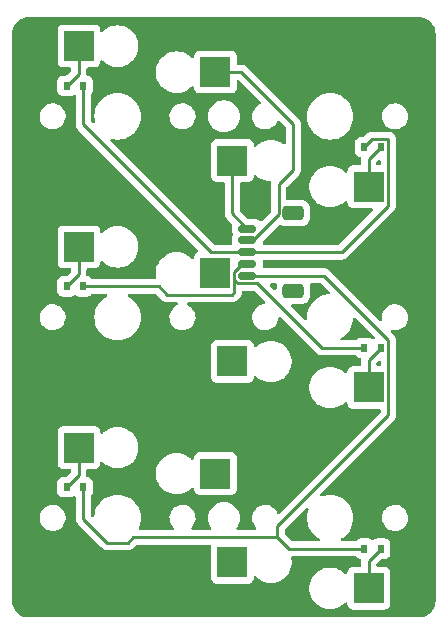
<source format=gbr>
%TF.GenerationSoftware,KiCad,Pcbnew,(7.0.0-0)*%
%TF.CreationDate,2023-06-08T17:13:49+08:00*%
%TF.ProjectId,thumb,7468756d-622e-46b6-9963-61645f706362,v1.0.0*%
%TF.SameCoordinates,Original*%
%TF.FileFunction,Copper,L2,Bot*%
%TF.FilePolarity,Positive*%
%FSLAX46Y46*%
G04 Gerber Fmt 4.6, Leading zero omitted, Abs format (unit mm)*
G04 Created by KiCad (PCBNEW (7.0.0-0)) date 2023-06-08 17:13:49*
%MOMM*%
%LPD*%
G01*
G04 APERTURE LIST*
G04 Aperture macros list*
%AMRoundRect*
0 Rectangle with rounded corners*
0 $1 Rounding radius*
0 $2 $3 $4 $5 $6 $7 $8 $9 X,Y pos of 4 corners*
0 Add a 4 corners polygon primitive as box body*
4,1,4,$2,$3,$4,$5,$6,$7,$8,$9,$2,$3,0*
0 Add four circle primitives for the rounded corners*
1,1,$1+$1,$2,$3*
1,1,$1+$1,$4,$5*
1,1,$1+$1,$6,$7*
1,1,$1+$1,$8,$9*
0 Add four rect primitives between the rounded corners*
20,1,$1+$1,$2,$3,$4,$5,0*
20,1,$1+$1,$4,$5,$6,$7,0*
20,1,$1+$1,$6,$7,$8,$9,0*
20,1,$1+$1,$8,$9,$2,$3,0*%
G04 Aperture macros list end*
%TA.AperFunction,SMDPad,CuDef*%
%ADD10RoundRect,0.150000X-0.625000X0.150000X-0.625000X-0.150000X0.625000X-0.150000X0.625000X0.150000X0*%
%TD*%
%TA.AperFunction,SMDPad,CuDef*%
%ADD11RoundRect,0.250000X-0.650000X0.350000X-0.650000X-0.350000X0.650000X-0.350000X0.650000X0.350000X0*%
%TD*%
%TA.AperFunction,SMDPad,CuDef*%
%ADD12R,2.600000X2.600000*%
%TD*%
%TA.AperFunction,ComponentPad*%
%ADD13C,0.600000*%
%TD*%
%TA.AperFunction,SMDPad,CuDef*%
%ADD14R,0.600000X0.700000*%
%TD*%
%TA.AperFunction,Conductor*%
%ADD15C,0.250000*%
%TD*%
G04 APERTURE END LIST*
D10*
%TO.P,JC1,5*%
%TO.N,R2*%
X11000000Y20500000D03*
%TO.P,JC1,4*%
%TO.N,R1*%
X11000000Y21500000D03*
%TO.P,JC1,3*%
%TO.N,R0*%
X11000000Y22500000D03*
%TO.P,JC1,2*%
%TO.N,C6*%
X11000000Y23500000D03*
%TO.P,JC1,1*%
%TO.N,C5*%
X11000000Y24500000D03*
D11*
%TO.P,JC1,MP*%
%TO.N,N/C*%
X14875000Y25800000D03*
X14875000Y19200000D03*
%TD*%
D12*
%TO.P,S1,1*%
%TO.N,C5_R0D*%
X21274999Y28049999D03*
%TO.P,S1,2*%
%TO.N,C5*%
X9724999Y30249999D03*
D13*
%TO.P,S1,3*%
%TO.N,C5_R0D*%
X21275000Y28050000D03*
%TO.P,S1,4*%
%TO.N,C5*%
X9725000Y30250000D03*
%TD*%
D14*
%TO.P,D1,1*%
%TO.N,R0*%
X20899999Y31399999D03*
%TO.P,D1,2*%
%TO.N,C5_R0D*%
X22299999Y31399999D03*
%TD*%
D12*
%TO.P,S2,1*%
%TO.N,C5_R1D*%
X21274999Y11049999D03*
%TO.P,S2,2*%
%TO.N,C5*%
X9724999Y13249999D03*
D13*
%TO.P,S2,3*%
%TO.N,C5_R1D*%
X21275000Y11050000D03*
%TO.P,S2,4*%
%TO.N,C5*%
X9725000Y13250000D03*
%TD*%
D14*
%TO.P,D2,1*%
%TO.N,R1*%
X20899999Y14399999D03*
%TO.P,D2,2*%
%TO.N,C5_R1D*%
X22299999Y14399999D03*
%TD*%
D12*
%TO.P,S3,1*%
%TO.N,C5_R2D*%
X21274999Y-5949999D03*
%TO.P,S3,2*%
%TO.N,C5*%
X9724999Y-3749999D03*
D13*
%TO.P,S3,3*%
%TO.N,C5_R2D*%
X21275000Y-5950000D03*
%TO.P,S3,4*%
%TO.N,C5*%
X9725000Y-3750000D03*
%TD*%
D14*
%TO.P,D3,1*%
%TO.N,R2*%
X20899999Y-2599999D03*
%TO.P,D3,2*%
%TO.N,C5_R2D*%
X22299999Y-2599999D03*
%TD*%
D12*
%TO.P,S4,1*%
%TO.N,C6_R0D*%
X-3274999Y39949999D03*
%TO.P,S4,2*%
%TO.N,C6*%
X8274999Y37749999D03*
D13*
%TO.P,S4,3*%
%TO.N,C6_R0D*%
X-3275000Y39950000D03*
%TO.P,S4,4*%
%TO.N,C6*%
X8275000Y37750000D03*
%TD*%
D14*
%TO.P,D4,1*%
%TO.N,R0*%
X-2899999Y36599999D03*
%TO.P,D4,2*%
%TO.N,C6_R0D*%
X-4299999Y36599999D03*
%TD*%
D12*
%TO.P,S5,1*%
%TO.N,C6_R1D*%
X-3274999Y22949999D03*
%TO.P,S5,2*%
%TO.N,C6*%
X8274999Y20749999D03*
D13*
%TO.P,S5,3*%
%TO.N,C6_R1D*%
X-3275000Y22950000D03*
%TO.P,S5,4*%
%TO.N,C6*%
X8275000Y20750000D03*
%TD*%
D14*
%TO.P,D5,1*%
%TO.N,R1*%
X-2899999Y19599999D03*
%TO.P,D5,2*%
%TO.N,C6_R1D*%
X-4299999Y19599999D03*
%TD*%
D12*
%TO.P,S6,1*%
%TO.N,C6_R2D*%
X-3274999Y5949999D03*
%TO.P,S6,2*%
%TO.N,C6*%
X8274999Y3749999D03*
D13*
%TO.P,S6,3*%
%TO.N,C6_R2D*%
X-3275000Y5950000D03*
%TO.P,S6,4*%
%TO.N,C6*%
X8275000Y3750000D03*
%TD*%
D14*
%TO.P,D6,1*%
%TO.N,R2*%
X-2899999Y2599999D03*
%TO.P,D6,2*%
%TO.N,C6_R2D*%
X-4299999Y2599999D03*
%TD*%
D15*
%TO.N,C5*%
X11000000Y24500000D02*
X9725000Y25775000D01*
X9725000Y25775000D02*
X9725000Y30250000D01*
%TO.N,C5_R0D*%
X21275000Y30375000D02*
X22300000Y31400000D01*
X21275000Y28050000D02*
X21275000Y30375000D01*
%TO.N,R0*%
X18975000Y22500000D02*
X11000000Y22500000D01*
X7914035Y22500000D02*
X11000000Y22500000D01*
X20900000Y31400000D02*
X21575000Y32075000D01*
X22925000Y26450000D02*
X18975000Y22500000D01*
X21575000Y32075000D02*
X22925000Y32075000D01*
X-2900000Y33314035D02*
X7914035Y22500000D01*
X22925000Y32075000D02*
X22925000Y26450000D01*
X-2900000Y36600000D02*
X-2900000Y33314035D01*
%TO.N,C5_R1D*%
X21275000Y11050000D02*
X21275000Y13375000D01*
X21275000Y13375000D02*
X22300000Y14400000D01*
%TO.N,R1*%
X9900000Y20153249D02*
X9900000Y20846751D01*
X4223350Y18875000D02*
X9650000Y18875000D01*
X9650000Y18875000D02*
X9900000Y19125000D01*
X10178249Y19875000D02*
X9900000Y20153249D01*
X20900000Y14400000D02*
X17296751Y14400000D01*
X10553249Y21500000D02*
X11000000Y21500000D01*
X11821751Y19875000D02*
X10178249Y19875000D01*
X3498350Y19600000D02*
X4223350Y18875000D01*
X9900000Y19125000D02*
X9900000Y20153249D01*
X17296751Y14400000D02*
X11821751Y19875000D01*
X9900000Y20846751D02*
X10553249Y21500000D01*
X-2900000Y19600000D02*
X3498350Y19600000D01*
%TO.N,C5_R2D*%
X21275000Y-3625000D02*
X22300000Y-2600000D01*
X21275000Y-5950000D02*
X21275000Y-3625000D01*
%TO.N,R2*%
X22925000Y8691316D02*
X13529149Y-704535D01*
X13529149Y-704535D02*
X13529149Y-1627499D01*
X865499Y-2089500D02*
X-865499Y-2089500D01*
X13529149Y-1627499D02*
X1327499Y-1627499D01*
X1327499Y-1627499D02*
X865499Y-2089500D01*
X14501650Y-2600000D02*
X13529149Y-1627499D01*
X-2900000Y-54999D02*
X-2900000Y2600000D01*
X17500000Y20500000D02*
X22925000Y15075000D01*
X22925000Y15075000D02*
X22925000Y8691316D01*
X-865499Y-2089500D02*
X-2900000Y-54999D01*
X20900000Y-2600000D02*
X14501650Y-2600000D01*
X11000000Y20500000D02*
X17500000Y20500000D01*
%TO.N,C6*%
X14875000Y29473350D02*
X14875000Y33358684D01*
X11000000Y23500000D02*
X11446751Y23500000D01*
X14875000Y33358684D02*
X10483684Y37750000D01*
X10483684Y37750000D02*
X8275000Y37750000D01*
X11446751Y23500000D02*
X13650000Y25703249D01*
X13650000Y25703249D02*
X13650000Y28248350D01*
X13650000Y28248350D02*
X14875000Y29473350D01*
%TO.N,C6_R0D*%
X-3275000Y37625000D02*
X-4300000Y36600000D01*
X-3275000Y39950000D02*
X-3275000Y37625000D01*
%TO.N,C6_R1D*%
X-3275000Y20625000D02*
X-4300000Y19600000D01*
X-3275000Y22950000D02*
X-3275000Y20625000D01*
%TO.N,C6_R2D*%
X-3275000Y3625000D02*
X-4300000Y2600000D01*
X-3275000Y5950000D02*
X-3275000Y3625000D01*
%TD*%
%TA.AperFunction,NonConductor*%
G36*
X25504854Y42424118D02*
G01*
X25713113Y42407727D01*
X25732331Y42404683D01*
X25930705Y42357058D01*
X25949211Y42351045D01*
X26137694Y42272972D01*
X26155031Y42264139D01*
X26328981Y42157543D01*
X26344722Y42146106D01*
X26499859Y42013606D01*
X26513606Y41999859D01*
X26641029Y41850665D01*
X26646106Y41844722D01*
X26657543Y41828981D01*
X26764139Y41655031D01*
X26772972Y41637694D01*
X26851045Y41449211D01*
X26857058Y41430705D01*
X26904683Y41232331D01*
X26907727Y41213113D01*
X26924118Y41004854D01*
X26924500Y40995125D01*
X26924500Y-6995125D01*
X26924118Y-7004854D01*
X26907727Y-7213113D01*
X26904683Y-7232331D01*
X26857058Y-7430705D01*
X26851045Y-7449211D01*
X26772972Y-7637694D01*
X26764139Y-7655031D01*
X26657543Y-7828981D01*
X26646105Y-7844722D01*
X26513606Y-7999859D01*
X26499859Y-8013606D01*
X26350665Y-8141029D01*
X26344722Y-8146106D01*
X26328981Y-8157543D01*
X26155031Y-8264139D01*
X26137694Y-8272972D01*
X25949211Y-8351045D01*
X25930705Y-8357058D01*
X25732331Y-8404683D01*
X25713113Y-8407727D01*
X25504854Y-8424118D01*
X25495125Y-8424500D01*
X-7495125Y-8424500D01*
X-7504854Y-8424118D01*
X-7713113Y-8407727D01*
X-7732331Y-8404683D01*
X-7930705Y-8357058D01*
X-7949211Y-8351045D01*
X-8137694Y-8272972D01*
X-8155031Y-8264138D01*
X-8328977Y-8157543D01*
X-8344719Y-8146106D01*
X-8499852Y-8013610D01*
X-8513610Y-7999852D01*
X-8646106Y-7844719D01*
X-8657543Y-7828977D01*
X-8764138Y-7655031D01*
X-8772972Y-7637694D01*
X-8851045Y-7449211D01*
X-8857058Y-7430705D01*
X-8904683Y-7232331D01*
X-8907727Y-7213113D01*
X-8924118Y-7004854D01*
X-8924500Y-6995125D01*
X-8924500Y52645D01*
X-6605157Y52645D01*
X-6595148Y-157459D01*
X-6545558Y-361871D01*
X-6458179Y-553205D01*
X-6336169Y-724544D01*
X-6183937Y-869697D01*
X-6006986Y-983416D01*
X-5811712Y-1061593D01*
X-5605171Y-1101400D01*
X-5450486Y-1101400D01*
X-5447532Y-1101400D01*
X-5290611Y-1086416D01*
X-5088789Y-1027156D01*
X-4901830Y-930771D01*
X-4736490Y-800747D01*
X-4673994Y-728623D01*
X-4602611Y-646243D01*
X-4602609Y-646240D01*
X-4598745Y-641781D01*
X-4493574Y-459619D01*
X-4491641Y-454035D01*
X-4491639Y-454030D01*
X-4426709Y-266427D01*
X-4426707Y-266421D01*
X-4424778Y-260846D01*
X-4423938Y-255007D01*
X-4423937Y-255001D01*
X-4395682Y-58484D01*
X-4395681Y-58478D01*
X-4394843Y-52645D01*
X-4395123Y-46760D01*
X-4395123Y-46753D01*
X-4404571Y151561D01*
X-4404852Y157459D01*
X-4429429Y258768D01*
X-4453049Y356130D01*
X-4453049Y356132D01*
X-4454442Y361871D01*
X-4456895Y367242D01*
X-4456897Y367248D01*
X-4539363Y547824D01*
X-4539366Y547829D01*
X-4541821Y553205D01*
X-4663831Y724544D01*
X-4816063Y869697D01*
X-4993014Y983416D01*
X-5188288Y1061593D01*
X-5394829Y1101400D01*
X-5552468Y1101400D01*
X-5709389Y1086416D01*
X-5911211Y1027156D01*
X-6098170Y930771D01*
X-6263510Y800747D01*
X-6401255Y641781D01*
X-6506426Y459619D01*
X-6575222Y260846D01*
X-6605157Y52645D01*
X-8924500Y52645D01*
X-8924500Y2201362D01*
X-5108500Y2201362D01*
X-5101989Y2140799D01*
X-5050889Y2003796D01*
X-4963261Y1886739D01*
X-4956164Y1881426D01*
X-4900569Y1839808D01*
X-4846204Y1799111D01*
X-4837896Y1796012D01*
X-4837894Y1796011D01*
X-4716463Y1750719D01*
X-4716458Y1750717D01*
X-4709201Y1748011D01*
X-4701497Y1747182D01*
X-4701494Y1747182D01*
X-4651924Y1741853D01*
X-4651918Y1741852D01*
X-4648638Y1741500D01*
X-3954672Y1741500D01*
X-3951362Y1741500D01*
X-3948082Y1741852D01*
X-3948075Y1741853D01*
X-3898505Y1747182D01*
X-3898500Y1747182D01*
X-3890799Y1748011D01*
X-3883543Y1750717D01*
X-3883536Y1750719D01*
X-3762105Y1796011D01*
X-3762099Y1796013D01*
X-3753796Y1799111D01*
X-3746698Y1804423D01*
X-3746695Y1804426D01*
X-3731811Y1815569D01*
X-3668553Y1839808D01*
X-3601996Y1827186D01*
X-3552005Y1781469D01*
X-3533500Y1716302D01*
X-3533500Y23847D01*
X-3534031Y12563D01*
X-3535702Y5092D01*
X-3535372Y-5395D01*
X-3533561Y-63016D01*
X-3533500Y-66912D01*
X-3533500Y-94855D01*
X-3533011Y-98722D01*
X-3533011Y-98723D01*
X-3532983Y-98946D01*
X-3532064Y-110607D01*
X-3530673Y-154888D01*
X-3524977Y-174489D01*
X-3521032Y-193540D01*
X-3518474Y-213796D01*
X-3512051Y-230017D01*
X-3502163Y-254992D01*
X-3498379Y-266042D01*
X-3486018Y-308592D01*
X-3475625Y-326164D01*
X-3467068Y-343631D01*
X-3459552Y-362616D01*
X-3433498Y-398474D01*
X-3427096Y-408222D01*
X-3404542Y-446361D01*
X-3392472Y-458430D01*
X-3390112Y-460790D01*
X-3377472Y-475587D01*
X-3365472Y-492106D01*
X-3331318Y-520359D01*
X-3322699Y-528202D01*
X-1369185Y-2481717D01*
X-1361601Y-2490052D01*
X-1357499Y-2496518D01*
X-1307794Y-2543191D01*
X-1305093Y-2545809D01*
X-1285269Y-2565635D01*
X-1282016Y-2568158D01*
X-1273123Y-2575751D01*
X-1240820Y-2606086D01*
X-1222924Y-2615923D01*
X-1206676Y-2626596D01*
X-1190540Y-2639114D01*
X-1149863Y-2656715D01*
X-1139386Y-2661848D01*
X-1100559Y-2683195D01*
X-1080772Y-2688274D01*
X-1062384Y-2694570D01*
X-1043644Y-2702681D01*
X-999875Y-2709612D01*
X-988441Y-2711981D01*
X-945529Y-2723000D01*
X-925114Y-2723000D01*
X-905715Y-2724527D01*
X-885556Y-2727720D01*
X-847739Y-2724145D01*
X-841441Y-2723550D01*
X-829772Y-2723000D01*
X786653Y-2723000D01*
X797936Y-2723531D01*
X805408Y-2725202D01*
X873516Y-2723060D01*
X877412Y-2723000D01*
X901457Y-2723000D01*
X905355Y-2723000D01*
X909223Y-2722511D01*
X909446Y-2722483D01*
X921108Y-2721564D01*
X965389Y-2720173D01*
X984986Y-2714478D01*
X1004041Y-2710532D01*
X1024296Y-2707974D01*
X1065492Y-2691662D01*
X1076541Y-2687880D01*
X1119093Y-2675518D01*
X1129262Y-2669503D01*
X1136663Y-2665127D01*
X1154136Y-2656566D01*
X1173116Y-2649052D01*
X1208973Y-2622999D01*
X1218711Y-2616603D01*
X1256862Y-2594041D01*
X1271292Y-2579610D01*
X1286087Y-2566972D01*
X1302606Y-2554972D01*
X1330860Y-2520817D01*
X1338703Y-2512198D01*
X1553584Y-2297317D01*
X1593812Y-2270438D01*
X1641265Y-2260999D01*
X7793544Y-2260999D01*
X7859336Y-2279892D01*
X7905079Y-2330814D01*
X7916214Y-2394696D01*
X7917032Y-2394740D01*
X7916853Y-2398075D01*
X7916500Y-2401362D01*
X7916500Y-5098638D01*
X7923011Y-5159201D01*
X7925717Y-5166458D01*
X7925719Y-5166463D01*
X7937293Y-5197493D01*
X7974111Y-5296204D01*
X8061739Y-5413261D01*
X8178796Y-5500889D01*
X8315799Y-5551989D01*
X8376362Y-5558500D01*
X11070328Y-5558500D01*
X11073638Y-5558500D01*
X11134201Y-5551989D01*
X11271204Y-5500889D01*
X11388261Y-5413261D01*
X11475889Y-5296204D01*
X11526989Y-5159201D01*
X11533500Y-5098638D01*
X11533500Y-5059046D01*
X11547439Y-5001926D01*
X11586124Y-4957649D01*
X11640855Y-4936168D01*
X11699329Y-4942314D01*
X11748398Y-4974704D01*
X11806019Y-5036805D01*
X12011143Y-5200386D01*
X12238357Y-5331568D01*
X12482584Y-5427420D01*
X12738370Y-5485802D01*
X12934506Y-5500500D01*
X13063177Y-5500500D01*
X13065494Y-5500500D01*
X13261630Y-5485802D01*
X13517416Y-5427420D01*
X13761643Y-5331568D01*
X13988857Y-5200386D01*
X14193981Y-5036805D01*
X14372433Y-4844479D01*
X14520228Y-4627704D01*
X14634063Y-4391323D01*
X14711396Y-4140615D01*
X14750500Y-3881182D01*
X14750500Y-3618818D01*
X14749809Y-3614232D01*
X14713898Y-3375981D01*
X14717359Y-3323173D01*
X14742524Y-3276616D01*
X14784810Y-3244793D01*
X14836513Y-3233500D01*
X20114961Y-3233500D01*
X20170465Y-3246616D01*
X20214226Y-3283187D01*
X20236739Y-3313261D01*
X20353796Y-3400889D01*
X20490799Y-3451989D01*
X20528065Y-3455995D01*
X20528545Y-3456047D01*
X20590071Y-3480424D01*
X20630296Y-3532974D01*
X20636703Y-3589394D01*
X20638246Y-3589443D01*
X20638000Y-3597234D01*
X20636780Y-3604943D01*
X20637514Y-3612708D01*
X20637514Y-3612711D01*
X20640950Y-3649058D01*
X20641500Y-3660727D01*
X20641500Y-4017500D01*
X20624887Y-4079500D01*
X20579500Y-4124887D01*
X20517500Y-4141500D01*
X19926362Y-4141500D01*
X19923082Y-4141852D01*
X19923075Y-4141853D01*
X19873505Y-4147182D01*
X19873500Y-4147182D01*
X19865799Y-4148011D01*
X19858543Y-4150717D01*
X19858536Y-4150719D01*
X19737105Y-4196011D01*
X19737099Y-4196013D01*
X19728796Y-4199111D01*
X19721698Y-4204423D01*
X19721695Y-4204426D01*
X19618835Y-4281426D01*
X19618831Y-4281429D01*
X19611739Y-4286739D01*
X19606429Y-4293831D01*
X19606426Y-4293835D01*
X19529426Y-4396695D01*
X19529423Y-4396698D01*
X19524111Y-4403796D01*
X19521013Y-4412099D01*
X19521011Y-4412105D01*
X19475719Y-4533536D01*
X19475717Y-4533543D01*
X19473011Y-4540799D01*
X19472182Y-4548500D01*
X19472182Y-4548505D01*
X19466853Y-4598075D01*
X19466500Y-4601362D01*
X19466500Y-4604672D01*
X19466500Y-4640954D01*
X19452561Y-4698074D01*
X19413876Y-4742351D01*
X19359145Y-4763832D01*
X19300671Y-4757686D01*
X19251601Y-4725295D01*
X19197136Y-4666595D01*
X19197134Y-4666593D01*
X19193981Y-4663195D01*
X18988857Y-4499614D01*
X18837287Y-4412105D01*
X18765664Y-4370753D01*
X18765658Y-4370750D01*
X18761643Y-4368432D01*
X18757324Y-4366737D01*
X18757318Y-4366734D01*
X18521738Y-4274276D01*
X18521734Y-4274275D01*
X18517416Y-4272580D01*
X18512893Y-4271547D01*
X18512891Y-4271547D01*
X18266149Y-4215229D01*
X18266143Y-4215228D01*
X18261630Y-4214198D01*
X18257008Y-4213851D01*
X18257004Y-4213851D01*
X18067808Y-4199673D01*
X18067797Y-4199672D01*
X18065494Y-4199500D01*
X17934506Y-4199500D01*
X17932203Y-4199672D01*
X17932191Y-4199673D01*
X17742995Y-4213851D01*
X17742989Y-4213851D01*
X17738370Y-4214198D01*
X17733858Y-4215227D01*
X17733850Y-4215229D01*
X17487108Y-4271547D01*
X17487102Y-4271548D01*
X17482584Y-4272580D01*
X17478268Y-4274273D01*
X17478261Y-4274276D01*
X17242681Y-4366734D01*
X17242670Y-4366739D01*
X17238357Y-4368432D01*
X17234346Y-4370747D01*
X17234335Y-4370753D01*
X17015161Y-4497294D01*
X17011143Y-4499614D01*
X17007519Y-4502503D01*
X17007516Y-4502506D01*
X16809646Y-4660302D01*
X16809641Y-4660306D01*
X16806019Y-4663195D01*
X16802865Y-4666593D01*
X16802863Y-4666596D01*
X16630719Y-4852123D01*
X16630713Y-4852129D01*
X16627567Y-4855521D01*
X16624957Y-4859348D01*
X16624957Y-4859349D01*
X16488806Y-5059046D01*
X16479772Y-5072296D01*
X16477759Y-5076474D01*
X16477756Y-5076481D01*
X16367949Y-5304497D01*
X16367944Y-5304508D01*
X16365937Y-5308677D01*
X16364574Y-5313093D01*
X16364569Y-5313108D01*
X16289971Y-5554951D01*
X16289968Y-5554959D01*
X16288604Y-5559385D01*
X16287914Y-5563961D01*
X16287912Y-5563971D01*
X16250190Y-5814234D01*
X16250189Y-5814246D01*
X16249500Y-5818818D01*
X16249500Y-6081182D01*
X16250189Y-6085754D01*
X16250190Y-6085765D01*
X16287912Y-6336028D01*
X16287913Y-6336035D01*
X16288604Y-6340615D01*
X16289969Y-6345043D01*
X16289971Y-6345048D01*
X16364569Y-6586891D01*
X16364573Y-6586901D01*
X16365937Y-6591323D01*
X16479772Y-6827704D01*
X16627567Y-7044479D01*
X16806019Y-7236805D01*
X17011143Y-7400386D01*
X17238357Y-7531568D01*
X17482584Y-7627420D01*
X17738370Y-7685802D01*
X17934506Y-7700500D01*
X18063177Y-7700500D01*
X18065494Y-7700500D01*
X18261630Y-7685802D01*
X18517416Y-7627420D01*
X18761643Y-7531568D01*
X18988857Y-7400386D01*
X19193981Y-7236805D01*
X19251601Y-7174704D01*
X19300671Y-7142314D01*
X19359145Y-7136168D01*
X19413876Y-7157649D01*
X19452561Y-7201926D01*
X19466500Y-7259046D01*
X19466500Y-7298638D01*
X19473011Y-7359201D01*
X19475717Y-7366458D01*
X19475719Y-7366463D01*
X19506583Y-7449211D01*
X19524111Y-7496204D01*
X19611739Y-7613261D01*
X19728796Y-7700889D01*
X19865799Y-7751989D01*
X19926362Y-7758500D01*
X22620328Y-7758500D01*
X22623638Y-7758500D01*
X22684201Y-7751989D01*
X22821204Y-7700889D01*
X22938261Y-7613261D01*
X23025889Y-7496204D01*
X23076989Y-7359201D01*
X23083500Y-7298638D01*
X23083500Y-4601362D01*
X23076989Y-4540799D01*
X23025889Y-4403796D01*
X22938261Y-4286739D01*
X22921612Y-4274276D01*
X22828304Y-4204426D01*
X22828303Y-4204425D01*
X22821204Y-4199111D01*
X22812896Y-4196012D01*
X22812894Y-4196011D01*
X22691463Y-4150719D01*
X22691458Y-4150717D01*
X22684201Y-4148011D01*
X22676497Y-4147182D01*
X22676494Y-4147182D01*
X22626924Y-4141853D01*
X22626918Y-4141852D01*
X22623638Y-4141500D01*
X22620328Y-4141500D01*
X22032500Y-4141500D01*
X21970500Y-4124887D01*
X21925113Y-4079500D01*
X21908500Y-4017500D01*
X21908500Y-3938766D01*
X21917939Y-3891313D01*
X21944819Y-3851085D01*
X22301086Y-3494819D01*
X22341314Y-3467939D01*
X22388767Y-3458500D01*
X22645328Y-3458500D01*
X22648638Y-3458500D01*
X22709201Y-3451989D01*
X22846204Y-3400889D01*
X22963261Y-3313261D01*
X23050889Y-3196204D01*
X23101989Y-3059201D01*
X23108500Y-2998638D01*
X23108500Y-2201362D01*
X23101989Y-2140799D01*
X23050889Y-2003796D01*
X22963261Y-1886739D01*
X22954941Y-1880511D01*
X22853304Y-1804426D01*
X22853303Y-1804425D01*
X22846204Y-1799111D01*
X22837896Y-1796012D01*
X22837894Y-1796011D01*
X22716463Y-1750719D01*
X22716458Y-1750717D01*
X22709201Y-1748011D01*
X22701497Y-1747182D01*
X22701494Y-1747182D01*
X22651924Y-1741853D01*
X22651918Y-1741852D01*
X22648638Y-1741500D01*
X21951362Y-1741500D01*
X21948082Y-1741852D01*
X21948075Y-1741853D01*
X21898505Y-1747182D01*
X21898500Y-1747182D01*
X21890799Y-1748011D01*
X21883543Y-1750717D01*
X21883536Y-1750719D01*
X21762105Y-1796011D01*
X21762099Y-1796013D01*
X21753796Y-1799111D01*
X21746700Y-1804422D01*
X21746696Y-1804425D01*
X21674310Y-1858613D01*
X21626358Y-1880511D01*
X21573642Y-1880511D01*
X21525690Y-1858613D01*
X21453303Y-1804425D01*
X21453301Y-1804424D01*
X21446204Y-1799111D01*
X21437896Y-1796012D01*
X21437894Y-1796011D01*
X21316463Y-1750719D01*
X21316458Y-1750717D01*
X21309201Y-1748011D01*
X21301497Y-1747182D01*
X21301494Y-1747182D01*
X21251924Y-1741853D01*
X21251918Y-1741852D01*
X21248638Y-1741500D01*
X20551362Y-1741500D01*
X20548082Y-1741852D01*
X20548075Y-1741853D01*
X20498505Y-1747182D01*
X20498500Y-1747182D01*
X20490799Y-1748011D01*
X20483543Y-1750717D01*
X20483536Y-1750719D01*
X20362105Y-1796011D01*
X20362099Y-1796013D01*
X20353796Y-1799111D01*
X20346698Y-1804423D01*
X20346695Y-1804426D01*
X20243836Y-1881426D01*
X20236739Y-1886739D01*
X20231427Y-1893834D01*
X20231427Y-1893835D01*
X20214228Y-1916811D01*
X20170465Y-1953384D01*
X20114961Y-1966500D01*
X18984615Y-1966500D01*
X18922105Y-1949591D01*
X18876642Y-1903475D01*
X18860628Y-1840729D01*
X18878428Y-1778467D01*
X18925188Y-1733668D01*
X18949620Y-1720326D01*
X19065073Y-1657285D01*
X19290088Y-1488841D01*
X19488841Y-1290088D01*
X19657285Y-1065073D01*
X19791992Y-818375D01*
X19890219Y-555018D01*
X19949967Y-280363D01*
X19970019Y0D01*
X19966254Y52645D01*
X22394843Y52645D01*
X22395123Y46760D01*
X22395123Y46753D01*
X22402341Y-104758D01*
X22404852Y-157459D01*
X22423762Y-235408D01*
X22441516Y-308592D01*
X22454442Y-361871D01*
X22456895Y-367242D01*
X22456897Y-367248D01*
X22539363Y-547824D01*
X22539365Y-547828D01*
X22541821Y-553205D01*
X22663831Y-724544D01*
X22816063Y-869697D01*
X22993014Y-983416D01*
X23188288Y-1061593D01*
X23394829Y-1101400D01*
X23549514Y-1101400D01*
X23552468Y-1101400D01*
X23709389Y-1086416D01*
X23911211Y-1027156D01*
X24098170Y-930771D01*
X24263510Y-800747D01*
X24401255Y-641781D01*
X24506426Y-459619D01*
X24575222Y-260846D01*
X24605157Y-52645D01*
X24595148Y157459D01*
X24545558Y361871D01*
X24458179Y553205D01*
X24336169Y724544D01*
X24183937Y869697D01*
X24006986Y983416D01*
X23811712Y1061593D01*
X23605171Y1101400D01*
X23447532Y1101400D01*
X23290611Y1086416D01*
X23088789Y1027156D01*
X22901830Y930771D01*
X22736490Y800747D01*
X22732621Y796282D01*
X22629982Y677830D01*
X22598745Y641781D01*
X22493574Y459619D01*
X22491641Y454035D01*
X22491639Y454030D01*
X22426709Y266427D01*
X22426707Y266421D01*
X22424778Y260846D01*
X22423938Y255007D01*
X22423937Y255001D01*
X22395682Y58484D01*
X22395681Y58478D01*
X22394843Y52645D01*
X19966254Y52645D01*
X19949967Y280363D01*
X19890219Y555018D01*
X19791992Y818375D01*
X19657285Y1065073D01*
X19488841Y1290088D01*
X19290088Y1488841D01*
X19065073Y1657285D01*
X18818375Y1791992D01*
X18555018Y1890219D01*
X18280363Y1949967D01*
X18070175Y1965000D01*
X17929825Y1965000D01*
X17719637Y1949967D01*
X17444982Y1890219D01*
X17309825Y1839808D01*
X17300972Y1836506D01*
X17234751Y1830819D01*
X17175105Y1860144D01*
X17139172Y1916058D01*
X17137274Y1982495D01*
X17169957Y2040369D01*
X18743823Y3614234D01*
X23317207Y8187618D01*
X23325555Y8195214D01*
X23332018Y8199316D01*
X23378674Y8249000D01*
X23381353Y8251764D01*
X23398378Y8268789D01*
X23401135Y8271546D01*
X23403674Y8274819D01*
X23411259Y8283699D01*
X23436246Y8310308D01*
X23436246Y8310309D01*
X23441586Y8315995D01*
X23451418Y8333881D01*
X23462102Y8350145D01*
X23469831Y8360108D01*
X23469833Y8360111D01*
X23474614Y8366275D01*
X23492207Y8406932D01*
X23497348Y8417427D01*
X23499052Y8420527D01*
X23518695Y8456256D01*
X23523772Y8476032D01*
X23530075Y8494439D01*
X23535081Y8506007D01*
X23535081Y8506008D01*
X23538181Y8513171D01*
X23545112Y8556937D01*
X23547477Y8568357D01*
X23558500Y8611286D01*
X23558500Y8631701D01*
X23560027Y8651099D01*
X23560072Y8651387D01*
X23563220Y8671259D01*
X23559050Y8715374D01*
X23558500Y8727043D01*
X23558500Y14996152D01*
X23559031Y15007436D01*
X23560702Y15014908D01*
X23558560Y15083030D01*
X23558500Y15086925D01*
X23558500Y15110958D01*
X23558500Y15114856D01*
X23557984Y15118938D01*
X23557065Y15130603D01*
X23556726Y15141387D01*
X23555674Y15174889D01*
X23549976Y15194501D01*
X23546033Y15213538D01*
X23543474Y15233797D01*
X23527166Y15274985D01*
X23523383Y15286034D01*
X23513196Y15321099D01*
X23511019Y15328593D01*
X23500622Y15346171D01*
X23492065Y15363639D01*
X23484552Y15382617D01*
X23458503Y15418468D01*
X23452100Y15428217D01*
X23429542Y15466362D01*
X23415110Y15480793D01*
X23402472Y15495588D01*
X23390472Y15512107D01*
X23356318Y15540360D01*
X23347699Y15548203D01*
X23188372Y15707530D01*
X23156751Y15761408D01*
X23155412Y15823869D01*
X23184699Y15879054D01*
X23237175Y15912956D01*
X23299521Y15916968D01*
X23389029Y15899717D01*
X23389037Y15899716D01*
X23394829Y15898600D01*
X23549514Y15898600D01*
X23552468Y15898600D01*
X23555397Y15898879D01*
X23555403Y15898880D01*
X23703508Y15913022D01*
X23703512Y15913022D01*
X23709389Y15913584D01*
X23715058Y15915248D01*
X23715060Y15915249D01*
X23905545Y15971180D01*
X23905548Y15971181D01*
X23911211Y15972844D01*
X23916460Y15975550D01*
X24092920Y16066522D01*
X24092923Y16066524D01*
X24098170Y16069229D01*
X24193723Y16144372D01*
X24258864Y16195599D01*
X24258866Y16195601D01*
X24263510Y16199253D01*
X24401255Y16358219D01*
X24506426Y16540381D01*
X24575222Y16739154D01*
X24605157Y16947355D01*
X24595148Y17157459D01*
X24545558Y17361871D01*
X24458179Y17553205D01*
X24336169Y17724544D01*
X24183937Y17869697D01*
X24006986Y17983416D01*
X23811712Y18061593D01*
X23605171Y18101400D01*
X23447532Y18101400D01*
X23290611Y18086416D01*
X23088789Y18027156D01*
X22901830Y17930771D01*
X22736490Y17800747D01*
X22732621Y17796282D01*
X22670460Y17724544D01*
X22598745Y17641781D01*
X22493574Y17459619D01*
X22491641Y17454035D01*
X22491639Y17454030D01*
X22426709Y17266427D01*
X22426707Y17266421D01*
X22424778Y17260846D01*
X22423938Y17255007D01*
X22423937Y17255001D01*
X22395682Y17058484D01*
X22395681Y17058478D01*
X22394843Y17052645D01*
X22395123Y17046760D01*
X22395123Y17046753D01*
X22403992Y16860595D01*
X22404852Y16842541D01*
X22406241Y16836812D01*
X22406244Y16836797D01*
X22413304Y16807697D01*
X22411941Y16744095D01*
X22379218Y16689540D01*
X22323750Y16658390D01*
X22260135Y16658844D01*
X22205120Y16690782D01*
X18003686Y20892217D01*
X17996102Y20900552D01*
X17992000Y20907018D01*
X17942296Y20953691D01*
X17939595Y20956308D01*
X17919770Y20976135D01*
X17916513Y20978660D01*
X17907624Y20986251D01*
X17875321Y21016586D01*
X17857425Y21026423D01*
X17841177Y21037096D01*
X17825041Y21049614D01*
X17784364Y21067215D01*
X17773884Y21072350D01*
X17741899Y21089935D01*
X17735060Y21093695D01*
X17715273Y21098774D01*
X17696885Y21105070D01*
X17678145Y21113181D01*
X17634376Y21120112D01*
X17622942Y21122481D01*
X17580030Y21133500D01*
X17572229Y21133500D01*
X17559615Y21133500D01*
X17540217Y21135027D01*
X17539972Y21135065D01*
X17520057Y21138220D01*
X17482240Y21134645D01*
X17475942Y21134050D01*
X17464273Y21133500D01*
X12405838Y21133500D01*
X12341049Y21151772D01*
X12295354Y21201203D01*
X12282220Y21267226D01*
X12283308Y21281055D01*
X12283308Y21281062D01*
X12283500Y21283498D01*
X12283500Y21716502D01*
X12282808Y21725295D01*
X12282220Y21732774D01*
X12295354Y21798797D01*
X12341049Y21848228D01*
X12405838Y21866500D01*
X18896154Y21866500D01*
X18907437Y21865968D01*
X18914909Y21864298D01*
X18922705Y21864543D01*
X18922707Y21864543D01*
X18983017Y21866439D01*
X18986913Y21866500D01*
X19010961Y21866500D01*
X19014856Y21866500D01*
X19018721Y21866988D01*
X19018732Y21866989D01*
X19018970Y21867019D01*
X19030596Y21867934D01*
X19067096Y21869081D01*
X19067103Y21869082D01*
X19074889Y21869327D01*
X19082370Y21871500D01*
X19082380Y21871502D01*
X19094495Y21875022D01*
X19113542Y21878967D01*
X19126058Y21880548D01*
X19126060Y21880548D01*
X19133797Y21881526D01*
X19141045Y21884395D01*
X19141054Y21884398D01*
X19175001Y21897838D01*
X19186048Y21901621D01*
X19198698Y21905296D01*
X19228593Y21913982D01*
X19235310Y21917954D01*
X19246168Y21924375D01*
X19263631Y21932930D01*
X19275364Y21937576D01*
X19275365Y21937576D01*
X19282617Y21940448D01*
X19318462Y21966491D01*
X19328227Y21972905D01*
X19359644Y21991485D01*
X19366362Y21995458D01*
X19380793Y22009889D01*
X19395588Y22022525D01*
X19405791Y22029938D01*
X19405796Y22029943D01*
X19412107Y22034528D01*
X19440350Y22068668D01*
X19448212Y22077308D01*
X23317198Y25946294D01*
X23325551Y25953896D01*
X23332018Y25958000D01*
X23378658Y26007668D01*
X23381369Y26010465D01*
X23398380Y26027476D01*
X23401135Y26030231D01*
X23403660Y26033486D01*
X23411254Y26042379D01*
X23441586Y26074679D01*
X23451421Y26092570D01*
X23462101Y26108827D01*
X23469833Y26118796D01*
X23469833Y26118797D01*
X23474614Y26124960D01*
X23492208Y26165619D01*
X23497349Y26176112D01*
X23505196Y26190385D01*
X23518695Y26214940D01*
X23523773Y26234718D01*
X23530074Y26253120D01*
X23535083Y26264696D01*
X23538181Y26271855D01*
X23545112Y26315621D01*
X23547477Y26327041D01*
X23558500Y26369970D01*
X23558500Y26390385D01*
X23560027Y26409783D01*
X23560072Y26410071D01*
X23563220Y26429943D01*
X23559050Y26474058D01*
X23558500Y26485727D01*
X23558500Y32003393D01*
X23560697Y32026629D01*
X23560813Y32027241D01*
X23560813Y32027242D01*
X23562275Y32034906D01*
X23558745Y32091015D01*
X23558500Y32098801D01*
X23558500Y32110963D01*
X23558500Y32114856D01*
X23556485Y32130800D01*
X23555756Y32138516D01*
X23552225Y32194650D01*
X23549622Y32202658D01*
X23544529Y32225445D01*
X23544451Y32226058D01*
X23543474Y32233797D01*
X23522771Y32286085D01*
X23520139Y32293398D01*
X23519677Y32294819D01*
X23502764Y32346875D01*
X23498253Y32353981D01*
X23487649Y32374793D01*
X23484552Y32382617D01*
X23451502Y32428104D01*
X23447141Y32434521D01*
X23417000Y32482018D01*
X23410861Y32487781D01*
X23395418Y32505298D01*
X23390472Y32512107D01*
X23347137Y32547955D01*
X23341320Y32553084D01*
X23300321Y32591586D01*
X23292945Y32595640D01*
X23273631Y32608766D01*
X23267144Y32614133D01*
X23216262Y32638075D01*
X23209340Y32641602D01*
X23160060Y32668695D01*
X23151898Y32670790D01*
X23129936Y32678697D01*
X23122318Y32682283D01*
X23067072Y32692821D01*
X23059515Y32694509D01*
X23005030Y32708500D01*
X22997229Y32708500D01*
X22996607Y32708500D01*
X22973371Y32710697D01*
X22972758Y32710813D01*
X22972757Y32710813D01*
X22965094Y32712275D01*
X22913833Y32709050D01*
X22908985Y32708745D01*
X22901199Y32708500D01*
X21653846Y32708500D01*
X21642562Y32709031D01*
X21635091Y32710702D01*
X21566983Y32708561D01*
X21563087Y32708500D01*
X21535144Y32708500D01*
X21531041Y32707981D01*
X21519390Y32707064D01*
X21475110Y32705673D01*
X21467622Y32703497D01*
X21467619Y32703497D01*
X21460385Y32701394D01*
X21455513Y32699979D01*
X21436452Y32696031D01*
X21416203Y32693474D01*
X21408952Y32690603D01*
X21375005Y32677162D01*
X21363949Y32673377D01*
X21321407Y32661018D01*
X21303824Y32650619D01*
X21286371Y32642070D01*
X21267383Y32634552D01*
X21231530Y32608503D01*
X21221779Y32602098D01*
X21216484Y32598967D01*
X21183638Y32579542D01*
X21178120Y32574024D01*
X21169203Y32565107D01*
X21154407Y32552470D01*
X21137893Y32540472D01*
X21132920Y32534460D01*
X21132916Y32534457D01*
X21109643Y32506325D01*
X21101781Y32497685D01*
X20898915Y32294819D01*
X20858687Y32267939D01*
X20811234Y32258500D01*
X20551362Y32258500D01*
X20490799Y32251989D01*
X20353796Y32200889D01*
X20236739Y32113261D01*
X20149111Y31996204D01*
X20146012Y31987896D01*
X20146011Y31987894D01*
X20100719Y31866463D01*
X20100717Y31866458D01*
X20098011Y31859201D01*
X20097182Y31851497D01*
X20097182Y31851494D01*
X20091853Y31801924D01*
X20091500Y31798638D01*
X20091500Y31001362D01*
X20091852Y30998082D01*
X20091853Y30998075D01*
X20097182Y30948505D01*
X20097182Y30948500D01*
X20098011Y30940799D01*
X20100717Y30933543D01*
X20100719Y30933536D01*
X20146011Y30812105D01*
X20146013Y30812099D01*
X20149111Y30803796D01*
X20154423Y30796698D01*
X20154426Y30796695D01*
X20231426Y30693835D01*
X20231429Y30693831D01*
X20236739Y30686739D01*
X20243831Y30681429D01*
X20243835Y30681426D01*
X20346695Y30604426D01*
X20346698Y30604423D01*
X20353796Y30599111D01*
X20362099Y30596013D01*
X20362105Y30596011D01*
X20483536Y30550719D01*
X20483543Y30550717D01*
X20490799Y30548011D01*
X20498498Y30547183D01*
X20498512Y30547180D01*
X20528548Y30543951D01*
X20590073Y30519573D01*
X20630298Y30467022D01*
X20636703Y30410605D01*
X20638246Y30410557D01*
X20638000Y30402765D01*
X20636780Y30395057D01*
X20637514Y30387291D01*
X20637514Y30387288D01*
X20640950Y30350942D01*
X20641500Y30339273D01*
X20641500Y29982500D01*
X20624887Y29920500D01*
X20579500Y29875113D01*
X20517500Y29858500D01*
X19926362Y29858500D01*
X19865799Y29851989D01*
X19728796Y29800889D01*
X19611739Y29713261D01*
X19524111Y29596204D01*
X19521012Y29587896D01*
X19521011Y29587894D01*
X19475719Y29466463D01*
X19475717Y29466458D01*
X19473011Y29459201D01*
X19466500Y29398638D01*
X19466500Y29395328D01*
X19466500Y29359046D01*
X19452561Y29301926D01*
X19413876Y29257649D01*
X19359145Y29236168D01*
X19300671Y29242314D01*
X19251601Y29274705D01*
X19193981Y29336805D01*
X18988857Y29500386D01*
X18761643Y29631568D01*
X18517416Y29727420D01*
X18261630Y29785802D01*
X18065494Y29800500D01*
X17934506Y29800500D01*
X17738370Y29785802D01*
X17482584Y29727420D01*
X17238357Y29631568D01*
X17011143Y29500386D01*
X16806019Y29336805D01*
X16627567Y29144479D01*
X16479772Y28927704D01*
X16477756Y28923519D01*
X16477756Y28923518D01*
X16371944Y28703796D01*
X16365937Y28691323D01*
X16364573Y28686901D01*
X16364569Y28686891D01*
X16289971Y28445048D01*
X16288604Y28440615D01*
X16287913Y28436035D01*
X16287912Y28436028D01*
X16250190Y28185765D01*
X16250189Y28185754D01*
X16249500Y28181182D01*
X16249500Y27918818D01*
X16250189Y27914246D01*
X16250190Y27914234D01*
X16287912Y27663971D01*
X16287914Y27663961D01*
X16288604Y27659385D01*
X16289968Y27654959D01*
X16289971Y27654951D01*
X16364569Y27413108D01*
X16364574Y27413093D01*
X16365937Y27408677D01*
X16367944Y27404508D01*
X16367949Y27404497D01*
X16477756Y27176481D01*
X16477759Y27176474D01*
X16479772Y27172296D01*
X16627567Y26955521D01*
X16630713Y26952129D01*
X16630719Y26952123D01*
X16773656Y26798074D01*
X16806019Y26763195D01*
X16809641Y26760306D01*
X16809646Y26760302D01*
X17007516Y26602506D01*
X17007519Y26602503D01*
X17011143Y26599614D01*
X17015159Y26597295D01*
X17015161Y26597294D01*
X17234335Y26470753D01*
X17234346Y26470747D01*
X17238357Y26468432D01*
X17242670Y26466739D01*
X17242681Y26466734D01*
X17478261Y26374276D01*
X17478268Y26374273D01*
X17482584Y26372580D01*
X17487102Y26371548D01*
X17487108Y26371547D01*
X17733850Y26315229D01*
X17733858Y26315227D01*
X17738370Y26314198D01*
X17742989Y26313851D01*
X17742995Y26313851D01*
X17932191Y26299673D01*
X17932203Y26299672D01*
X17934506Y26299500D01*
X18063177Y26299500D01*
X18065494Y26299500D01*
X18067797Y26299672D01*
X18067808Y26299673D01*
X18257004Y26313851D01*
X18257008Y26313851D01*
X18261630Y26314198D01*
X18266143Y26315228D01*
X18266149Y26315229D01*
X18512891Y26371547D01*
X18512893Y26371547D01*
X18517416Y26372580D01*
X18521734Y26374275D01*
X18521738Y26374276D01*
X18757318Y26466734D01*
X18757324Y26466737D01*
X18761643Y26468432D01*
X18765658Y26470750D01*
X18765664Y26470753D01*
X18894216Y26544973D01*
X18988857Y26599614D01*
X19193981Y26763195D01*
X19251601Y26825295D01*
X19300671Y26857686D01*
X19359145Y26863832D01*
X19413876Y26842351D01*
X19452561Y26798074D01*
X19466500Y26740954D01*
X19466500Y26701362D01*
X19466852Y26698082D01*
X19466853Y26698075D01*
X19472182Y26648505D01*
X19472182Y26648500D01*
X19473011Y26640799D01*
X19475717Y26633543D01*
X19475719Y26633536D01*
X19521011Y26512105D01*
X19521013Y26512099D01*
X19524111Y26503796D01*
X19529423Y26496698D01*
X19529426Y26496695D01*
X19606426Y26393835D01*
X19606429Y26393831D01*
X19611739Y26386739D01*
X19618831Y26381429D01*
X19618835Y26381426D01*
X19721695Y26304426D01*
X19721698Y26304423D01*
X19728796Y26299111D01*
X19737099Y26296013D01*
X19737105Y26296011D01*
X19858536Y26250719D01*
X19858543Y26250717D01*
X19865799Y26248011D01*
X19873500Y26247182D01*
X19873505Y26247182D01*
X19923075Y26241853D01*
X19923082Y26241852D01*
X19926362Y26241500D01*
X21521234Y26241500D01*
X21577529Y26227985D01*
X21621552Y26190385D01*
X21643707Y26136898D01*
X21639165Y26079182D01*
X21608915Y26029819D01*
X20112360Y24533265D01*
X18748914Y23169819D01*
X18708686Y23142939D01*
X18661233Y23133500D01*
X12405838Y23133500D01*
X12341049Y23151772D01*
X12295354Y23201203D01*
X12282220Y23267226D01*
X12283308Y23281055D01*
X12283308Y23281062D01*
X12283500Y23283498D01*
X12283500Y23389483D01*
X12292939Y23436936D01*
X12319819Y23477164D01*
X13646316Y24803661D01*
X13692718Y24832908D01*
X13747197Y24839275D01*
X13799093Y24821519D01*
X13896108Y24761679D01*
X13896120Y24761673D01*
X13902262Y24757885D01*
X13909115Y24755613D01*
X13909122Y24755611D01*
X14064149Y24704241D01*
X14064157Y24704239D01*
X14070574Y24702113D01*
X14077302Y24701425D01*
X14077305Y24701425D01*
X14171325Y24691819D01*
X14171340Y24691818D01*
X14174455Y24691500D01*
X14177601Y24691500D01*
X14177602Y24691500D01*
X15572395Y24691500D01*
X15572414Y24691500D01*
X15575544Y24691501D01*
X15578657Y24691819D01*
X15578676Y24691820D01*
X15672686Y24701424D01*
X15672691Y24701425D01*
X15679426Y24702113D01*
X15691094Y24705979D01*
X15840877Y24755611D01*
X15840880Y24755612D01*
X15847738Y24757885D01*
X15853881Y24761674D01*
X15853887Y24761677D01*
X15979691Y24839275D01*
X15998652Y24850970D01*
X16124030Y24976348D01*
X16217115Y25127262D01*
X16272887Y25295574D01*
X16283500Y25399455D01*
X16283499Y26200544D01*
X16272887Y26304426D01*
X16217115Y26472738D01*
X16124030Y26623652D01*
X15998652Y26749030D01*
X15847738Y26842115D01*
X15679426Y26897887D01*
X15575545Y26908500D01*
X14407499Y26908499D01*
X14345500Y26925112D01*
X14300113Y26970499D01*
X14283500Y27032499D01*
X14283500Y27934584D01*
X14292939Y27982037D01*
X14319819Y28022265D01*
X15267198Y28969644D01*
X15275551Y28977246D01*
X15282018Y28981350D01*
X15328658Y29031018D01*
X15331369Y29033815D01*
X15348380Y29050826D01*
X15351135Y29053581D01*
X15353660Y29056836D01*
X15361254Y29065729D01*
X15391586Y29098029D01*
X15401421Y29115920D01*
X15412101Y29132177D01*
X15419833Y29142146D01*
X15419833Y29142147D01*
X15424614Y29148310D01*
X15442208Y29188969D01*
X15447349Y29199462D01*
X15464935Y29231451D01*
X15468695Y29238290D01*
X15473773Y29258068D01*
X15480074Y29276470D01*
X15485083Y29288046D01*
X15488181Y29295205D01*
X15495112Y29338971D01*
X15497477Y29350391D01*
X15508500Y29393320D01*
X15508500Y29413735D01*
X15510027Y29433133D01*
X15510072Y29433421D01*
X15513220Y29453293D01*
X15509050Y29497408D01*
X15508500Y29509077D01*
X15508500Y33279836D01*
X15509031Y33291120D01*
X15510702Y33298592D01*
X15508560Y33366714D01*
X15508500Y33370609D01*
X15508500Y33394642D01*
X15508500Y33398540D01*
X15507984Y33402622D01*
X15507065Y33414287D01*
X15505674Y33458573D01*
X15499976Y33478185D01*
X15496033Y33497222D01*
X15493474Y33517481D01*
X15477166Y33558669D01*
X15473383Y33569718D01*
X15463196Y33604783D01*
X15461019Y33612277D01*
X15450622Y33629855D01*
X15442065Y33647323D01*
X15434552Y33666301D01*
X15408503Y33702152D01*
X15402100Y33711901D01*
X15379542Y33750046D01*
X15365110Y33764477D01*
X15352472Y33779272D01*
X15340472Y33795791D01*
X15306318Y33824044D01*
X15297699Y33831887D01*
X15129586Y34000000D01*
X16029981Y34000000D01*
X16030297Y33995582D01*
X16049716Y33724059D01*
X16049717Y33724048D01*
X16050033Y33719637D01*
X16050973Y33715314D01*
X16050975Y33715303D01*
X16108840Y33449307D01*
X16109781Y33444982D01*
X16111323Y33440845D01*
X16111326Y33440838D01*
X16206460Y33185773D01*
X16206464Y33185762D01*
X16208008Y33181625D01*
X16210125Y33177747D01*
X16210131Y33177735D01*
X16340588Y32938821D01*
X16340592Y32938813D01*
X16342715Y32934927D01*
X16345372Y32931377D01*
X16345375Y32931373D01*
X16508500Y32713463D01*
X16508505Y32713456D01*
X16511159Y32709912D01*
X16514289Y32706781D01*
X16514296Y32706774D01*
X16706774Y32514296D01*
X16706781Y32514289D01*
X16709912Y32511159D01*
X16713456Y32508505D01*
X16713463Y32508500D01*
X16931373Y32345375D01*
X16931377Y32345372D01*
X16934927Y32342715D01*
X16938813Y32340592D01*
X16938821Y32340588D01*
X17177735Y32210131D01*
X17177747Y32210125D01*
X17181625Y32208008D01*
X17185762Y32206464D01*
X17185773Y32206460D01*
X17440838Y32111326D01*
X17440845Y32111323D01*
X17444982Y32109781D01*
X17449305Y32108840D01*
X17449307Y32108840D01*
X17715303Y32050975D01*
X17715314Y32050973D01*
X17719637Y32050033D01*
X17724048Y32049717D01*
X17724059Y32049716D01*
X17927614Y32035158D01*
X17927617Y32035157D01*
X17929825Y32035000D01*
X18067960Y32035000D01*
X18070175Y32035000D01*
X18072383Y32035157D01*
X18072385Y32035158D01*
X18275940Y32049716D01*
X18275949Y32049717D01*
X18280363Y32050033D01*
X18284687Y32050973D01*
X18284696Y32050975D01*
X18550692Y32108840D01*
X18555018Y32109781D01*
X18559157Y32111325D01*
X18559161Y32111326D01*
X18814226Y32206460D01*
X18814232Y32206462D01*
X18818375Y32208008D01*
X18822257Y32210128D01*
X18822264Y32210131D01*
X19061178Y32340588D01*
X19061179Y32340589D01*
X19065073Y32342715D01*
X19290088Y32511159D01*
X19488841Y32709912D01*
X19657285Y32934927D01*
X19791992Y33181625D01*
X19890219Y33444982D01*
X19949967Y33719637D01*
X19970019Y34000000D01*
X19966254Y34052645D01*
X22394843Y34052645D01*
X22395123Y34046760D01*
X22395123Y34046753D01*
X22400137Y33941515D01*
X22404852Y33842541D01*
X22406243Y33836803D01*
X22406244Y33836803D01*
X22452054Y33647970D01*
X22454442Y33638129D01*
X22456893Y33632760D01*
X22456897Y33632751D01*
X22539363Y33452175D01*
X22539367Y33452166D01*
X22541821Y33446795D01*
X22545247Y33441983D01*
X22545251Y33441977D01*
X22660400Y33280273D01*
X22660404Y33280267D01*
X22663831Y33275456D01*
X22668104Y33271381D01*
X22668109Y33271376D01*
X22811791Y33134376D01*
X22816063Y33130303D01*
X22821026Y33127113D01*
X22821028Y33127112D01*
X22988043Y33019778D01*
X22988048Y33019775D01*
X22993014Y33016584D01*
X22998498Y33014388D01*
X22998501Y33014387D01*
X23182799Y32940604D01*
X23182803Y32940602D01*
X23188288Y32938407D01*
X23194088Y32937289D01*
X23194092Y32937288D01*
X23389031Y32899717D01*
X23389035Y32899716D01*
X23394829Y32898600D01*
X23549514Y32898600D01*
X23552468Y32898600D01*
X23555397Y32898879D01*
X23555403Y32898880D01*
X23703508Y32913022D01*
X23703512Y32913022D01*
X23709389Y32913584D01*
X23715058Y32915248D01*
X23715060Y32915249D01*
X23905545Y32971180D01*
X23905548Y32971181D01*
X23911211Y32972844D01*
X23916460Y32975550D01*
X24092920Y33066522D01*
X24092923Y33066524D01*
X24098170Y33069229D01*
X24233293Y33175490D01*
X24258864Y33195599D01*
X24258866Y33195601D01*
X24263510Y33199253D01*
X24319852Y33264275D01*
X24397388Y33353756D01*
X24397388Y33353757D01*
X24401255Y33358219D01*
X24506426Y33540381D01*
X24575222Y33739154D01*
X24605157Y33947355D01*
X24595148Y34157459D01*
X24545558Y34361871D01*
X24458179Y34553205D01*
X24336169Y34724544D01*
X24183937Y34869697D01*
X24006986Y34983416D01*
X23811712Y35061593D01*
X23605171Y35101400D01*
X23447532Y35101400D01*
X23290611Y35086416D01*
X23088789Y35027156D01*
X22901830Y34930771D01*
X22736490Y34800747D01*
X22732621Y34796282D01*
X22629982Y34677830D01*
X22598745Y34641781D01*
X22493574Y34459619D01*
X22491641Y34454035D01*
X22491639Y34454030D01*
X22426709Y34266427D01*
X22426707Y34266421D01*
X22424778Y34260846D01*
X22423938Y34255007D01*
X22423937Y34255001D01*
X22395682Y34058484D01*
X22395681Y34058478D01*
X22394843Y34052645D01*
X19966254Y34052645D01*
X19949967Y34280363D01*
X19890219Y34555018D01*
X19791992Y34818375D01*
X19657285Y35065073D01*
X19488841Y35290088D01*
X19290088Y35488841D01*
X19065073Y35657285D01*
X18818375Y35791992D01*
X18555018Y35890219D01*
X18280363Y35949967D01*
X18070175Y35965000D01*
X17929825Y35965000D01*
X17719637Y35949967D01*
X17444982Y35890219D01*
X17181625Y35791992D01*
X17177736Y35789868D01*
X17177735Y35789868D01*
X17116768Y35756577D01*
X16934927Y35657285D01*
X16709912Y35488841D01*
X16511159Y35290088D01*
X16342715Y35065073D01*
X16340589Y35061179D01*
X16340588Y35061178D01*
X16210131Y34822264D01*
X16210128Y34822257D01*
X16208008Y34818375D01*
X16206462Y34814232D01*
X16206460Y34814226D01*
X16153755Y34672918D01*
X16109781Y34555018D01*
X16108840Y34550692D01*
X16050975Y34284696D01*
X16050973Y34284687D01*
X16050033Y34280363D01*
X16049717Y34275949D01*
X16049716Y34275940D01*
X16040821Y34151561D01*
X16029981Y34000000D01*
X15129586Y34000000D01*
X10987370Y38142217D01*
X10979786Y38150552D01*
X10975684Y38157018D01*
X10925980Y38203691D01*
X10923279Y38206308D01*
X10903454Y38226135D01*
X10900197Y38228660D01*
X10891308Y38236251D01*
X10859005Y38266586D01*
X10841109Y38276423D01*
X10824861Y38287096D01*
X10808725Y38299614D01*
X10768048Y38317215D01*
X10757568Y38322350D01*
X10725583Y38339935D01*
X10718744Y38343695D01*
X10698957Y38348774D01*
X10680569Y38355070D01*
X10661829Y38363181D01*
X10618060Y38370112D01*
X10606626Y38372481D01*
X10563714Y38383500D01*
X10555913Y38383500D01*
X10543299Y38383500D01*
X10523901Y38385027D01*
X10523656Y38385065D01*
X10503741Y38388220D01*
X10465924Y38384645D01*
X10459626Y38384050D01*
X10447957Y38383500D01*
X10207500Y38383500D01*
X10145500Y38400113D01*
X10100113Y38445500D01*
X10083500Y38507500D01*
X10083500Y39095328D01*
X10083500Y39098638D01*
X10076989Y39159201D01*
X10025889Y39296204D01*
X9938261Y39413261D01*
X9821204Y39500889D01*
X9684201Y39551989D01*
X9623638Y39558500D01*
X6926362Y39558500D01*
X6865799Y39551989D01*
X6728796Y39500889D01*
X6611739Y39413261D01*
X6524111Y39296204D01*
X6521012Y39287896D01*
X6521011Y39287894D01*
X6475719Y39166463D01*
X6475717Y39166458D01*
X6473011Y39159201D01*
X6466500Y39098638D01*
X6466500Y39095328D01*
X6466500Y39059046D01*
X6452561Y39001926D01*
X6413876Y38957649D01*
X6359145Y38936168D01*
X6300671Y38942314D01*
X6251601Y38974705D01*
X6234169Y38993492D01*
X6193981Y39036805D01*
X5988857Y39200386D01*
X5761643Y39331568D01*
X5517416Y39427420D01*
X5261630Y39485802D01*
X5065494Y39500500D01*
X4934506Y39500500D01*
X4738370Y39485802D01*
X4482584Y39427420D01*
X4238357Y39331568D01*
X4011143Y39200386D01*
X3806019Y39036805D01*
X3627567Y38844479D01*
X3479772Y38627704D01*
X3477756Y38623519D01*
X3477756Y38623518D01*
X3371944Y38403796D01*
X3365937Y38391323D01*
X3364573Y38386901D01*
X3364569Y38386891D01*
X3289971Y38145048D01*
X3288604Y38140615D01*
X3287913Y38136035D01*
X3287912Y38136028D01*
X3250190Y37885765D01*
X3250189Y37885754D01*
X3249500Y37881182D01*
X3249500Y37618818D01*
X3250189Y37614246D01*
X3250190Y37614234D01*
X3287912Y37363971D01*
X3287914Y37363961D01*
X3288604Y37359385D01*
X3289968Y37354959D01*
X3289971Y37354951D01*
X3364569Y37113108D01*
X3364574Y37113093D01*
X3365937Y37108677D01*
X3367944Y37104508D01*
X3367949Y37104497D01*
X3477756Y36876481D01*
X3477759Y36876474D01*
X3479772Y36872296D01*
X3627567Y36655521D01*
X3630713Y36652129D01*
X3630719Y36652123D01*
X3773656Y36498074D01*
X3806019Y36463195D01*
X3809641Y36460306D01*
X3809646Y36460302D01*
X4007516Y36302506D01*
X4007519Y36302503D01*
X4011143Y36299614D01*
X4015159Y36297295D01*
X4015161Y36297294D01*
X4234335Y36170753D01*
X4234346Y36170747D01*
X4238357Y36168432D01*
X4242670Y36166739D01*
X4242681Y36166734D01*
X4478261Y36074276D01*
X4478268Y36074273D01*
X4482584Y36072580D01*
X4487102Y36071548D01*
X4487108Y36071547D01*
X4733850Y36015229D01*
X4733858Y36015227D01*
X4738370Y36014198D01*
X4742989Y36013851D01*
X4742995Y36013851D01*
X4932191Y35999673D01*
X4932203Y35999672D01*
X4934506Y35999500D01*
X5063177Y35999500D01*
X5065494Y35999500D01*
X5067797Y35999672D01*
X5067808Y35999673D01*
X5257004Y36013851D01*
X5257008Y36013851D01*
X5261630Y36014198D01*
X5266143Y36015228D01*
X5266149Y36015229D01*
X5512891Y36071547D01*
X5512893Y36071547D01*
X5517416Y36072580D01*
X5521734Y36074275D01*
X5521738Y36074276D01*
X5757318Y36166734D01*
X5757324Y36166737D01*
X5761643Y36168432D01*
X5765658Y36170750D01*
X5765664Y36170753D01*
X5894216Y36244973D01*
X5988857Y36299614D01*
X6193981Y36463195D01*
X6251601Y36525295D01*
X6300671Y36557686D01*
X6359145Y36563832D01*
X6413876Y36542351D01*
X6452561Y36498074D01*
X6466500Y36440954D01*
X6466500Y36401362D01*
X6466852Y36398082D01*
X6466853Y36398075D01*
X6472182Y36348505D01*
X6472182Y36348500D01*
X6473011Y36340799D01*
X6475717Y36333543D01*
X6475719Y36333536D01*
X6521011Y36212105D01*
X6521013Y36212099D01*
X6524111Y36203796D01*
X6529423Y36196698D01*
X6529426Y36196695D01*
X6606426Y36093835D01*
X6606429Y36093831D01*
X6611739Y36086739D01*
X6618831Y36081429D01*
X6618835Y36081426D01*
X6721695Y36004426D01*
X6721698Y36004423D01*
X6728796Y35999111D01*
X6737099Y35996013D01*
X6737105Y35996011D01*
X6858536Y35950719D01*
X6858543Y35950717D01*
X6865799Y35948011D01*
X6873500Y35947182D01*
X6873505Y35947182D01*
X6923075Y35941853D01*
X6923082Y35941852D01*
X6926362Y35941500D01*
X9620328Y35941500D01*
X9623638Y35941500D01*
X9626918Y35941852D01*
X9626924Y35941853D01*
X9676494Y35947182D01*
X9676497Y35947182D01*
X9684201Y35948011D01*
X9691458Y35950717D01*
X9691463Y35950719D01*
X9812894Y35996011D01*
X9812896Y35996012D01*
X9821204Y35999111D01*
X9919347Y36072580D01*
X9931164Y36081426D01*
X9938261Y36086739D01*
X10025889Y36203796D01*
X10076989Y36340799D01*
X10083500Y36401362D01*
X10083500Y36954918D01*
X10097015Y37011213D01*
X10134615Y37055236D01*
X10188102Y37077391D01*
X10245818Y37072849D01*
X10295181Y37042599D01*
X12115081Y35222697D01*
X12145285Y35173474D01*
X12149919Y35115910D01*
X12127978Y35062490D01*
X12084221Y35024801D01*
X11901830Y34930771D01*
X11736490Y34800747D01*
X11732621Y34796282D01*
X11629982Y34677830D01*
X11598745Y34641781D01*
X11493574Y34459619D01*
X11491641Y34454035D01*
X11491639Y34454030D01*
X11426709Y34266427D01*
X11426707Y34266421D01*
X11424778Y34260846D01*
X11423938Y34255007D01*
X11423937Y34255001D01*
X11395682Y34058484D01*
X11395681Y34058478D01*
X11394843Y34052645D01*
X11395123Y34046760D01*
X11395123Y34046753D01*
X11400137Y33941515D01*
X11404852Y33842541D01*
X11406243Y33836803D01*
X11406244Y33836803D01*
X11452054Y33647970D01*
X11454442Y33638129D01*
X11456893Y33632760D01*
X11456897Y33632751D01*
X11539363Y33452175D01*
X11539367Y33452166D01*
X11541821Y33446795D01*
X11545247Y33441983D01*
X11545251Y33441977D01*
X11660400Y33280273D01*
X11660404Y33280267D01*
X11663831Y33275456D01*
X11668104Y33271381D01*
X11668109Y33271376D01*
X11811791Y33134376D01*
X11816063Y33130303D01*
X11821026Y33127113D01*
X11821028Y33127112D01*
X11988043Y33019778D01*
X11988048Y33019775D01*
X11993014Y33016584D01*
X11998498Y33014388D01*
X11998501Y33014387D01*
X12182799Y32940604D01*
X12182803Y32940602D01*
X12188288Y32938407D01*
X12194088Y32937289D01*
X12194092Y32937288D01*
X12389031Y32899717D01*
X12389035Y32899716D01*
X12394829Y32898600D01*
X12549514Y32898600D01*
X12552468Y32898600D01*
X12555397Y32898879D01*
X12555403Y32898880D01*
X12703508Y32913022D01*
X12703512Y32913022D01*
X12709389Y32913584D01*
X12715058Y32915248D01*
X12715060Y32915249D01*
X12905545Y32971180D01*
X12905548Y32971181D01*
X12911211Y32972844D01*
X12916460Y32975550D01*
X13092920Y33066522D01*
X13092923Y33066524D01*
X13098170Y33069229D01*
X13233293Y33175490D01*
X13258864Y33195599D01*
X13258866Y33195601D01*
X13263510Y33199253D01*
X13319852Y33264275D01*
X13397388Y33353756D01*
X13397388Y33353757D01*
X13401255Y33358219D01*
X13506426Y33540381D01*
X13516449Y33569342D01*
X13550765Y33621034D01*
X13605829Y33649631D01*
X13667854Y33647970D01*
X13721310Y33616468D01*
X14205181Y33132599D01*
X14232061Y33092371D01*
X14241500Y33044918D01*
X14241500Y31756399D01*
X14222494Y31690427D01*
X14171302Y31644679D01*
X14103617Y31633179D01*
X14040188Y31659452D01*
X14001345Y31690427D01*
X13988857Y31700386D01*
X13761643Y31831568D01*
X13517416Y31927420D01*
X13261630Y31985802D01*
X13065494Y32000500D01*
X12934506Y32000500D01*
X12738370Y31985802D01*
X12482584Y31927420D01*
X12238357Y31831568D01*
X12011143Y31700386D01*
X11806019Y31536805D01*
X11758501Y31485592D01*
X11748399Y31474705D01*
X11699329Y31442314D01*
X11640855Y31436168D01*
X11586124Y31457649D01*
X11547439Y31501926D01*
X11533500Y31559046D01*
X11533500Y31595328D01*
X11533500Y31598638D01*
X11526989Y31659201D01*
X11475889Y31796204D01*
X11388261Y31913261D01*
X11271204Y32000889D01*
X11134201Y32051989D01*
X11073638Y32058500D01*
X8376362Y32058500D01*
X8315799Y32051989D01*
X8178796Y32000889D01*
X8061739Y31913261D01*
X7974111Y31796204D01*
X7971012Y31787896D01*
X7971011Y31787894D01*
X7925719Y31666463D01*
X7925717Y31666458D01*
X7923011Y31659201D01*
X7922182Y31651497D01*
X7922182Y31651494D01*
X7920213Y31633179D01*
X7916500Y31598638D01*
X7916500Y28901362D01*
X7916852Y28898082D01*
X7916853Y28898075D01*
X7922182Y28848505D01*
X7922182Y28848500D01*
X7923011Y28840799D01*
X7925717Y28833543D01*
X7925719Y28833536D01*
X7971011Y28712105D01*
X7971013Y28712099D01*
X7974111Y28703796D01*
X7979423Y28696698D01*
X7979426Y28696695D01*
X8056426Y28593835D01*
X8056429Y28593831D01*
X8061739Y28586739D01*
X8068831Y28581429D01*
X8068835Y28581426D01*
X8171695Y28504426D01*
X8171698Y28504423D01*
X8178796Y28499111D01*
X8187099Y28496013D01*
X8187105Y28496011D01*
X8308536Y28450719D01*
X8308543Y28450717D01*
X8315799Y28448011D01*
X8323500Y28447182D01*
X8323505Y28447182D01*
X8373075Y28441853D01*
X8373082Y28441852D01*
X8376362Y28441500D01*
X8967500Y28441500D01*
X9029500Y28424887D01*
X9074887Y28379500D01*
X9091500Y28317500D01*
X9091500Y25853846D01*
X9090968Y25842562D01*
X9089298Y25835091D01*
X9089543Y25827293D01*
X9089543Y25827292D01*
X9091439Y25766983D01*
X9091500Y25763087D01*
X9091500Y25735144D01*
X9091988Y25731277D01*
X9091989Y25731268D01*
X9092019Y25731032D01*
X9092934Y25719406D01*
X9094081Y25682904D01*
X9094082Y25682896D01*
X9094327Y25675111D01*
X9096500Y25667629D01*
X9096502Y25667620D01*
X9100022Y25655506D01*
X9103967Y25636457D01*
X9105548Y25623938D01*
X9105549Y25623932D01*
X9106526Y25616203D01*
X9109393Y25608960D01*
X9109395Y25608954D01*
X9122838Y25575000D01*
X9126619Y25563955D01*
X9136803Y25528902D01*
X9136807Y25528892D01*
X9138982Y25521407D01*
X9142951Y25514694D01*
X9142953Y25514691D01*
X9149374Y25503834D01*
X9157929Y25486370D01*
X9162575Y25474636D01*
X9162578Y25474629D01*
X9165448Y25467383D01*
X9170027Y25461079D01*
X9170034Y25461068D01*
X9191491Y25431534D01*
X9197901Y25421776D01*
X9216483Y25390355D01*
X9216493Y25390341D01*
X9220458Y25383638D01*
X9225973Y25378122D01*
X9225976Y25378119D01*
X9234897Y25369197D01*
X9247523Y25354414D01*
X9254940Y25344206D01*
X9254944Y25344200D01*
X9259528Y25337893D01*
X9265530Y25332926D01*
X9265542Y25332915D01*
X9293673Y25309643D01*
X9302311Y25301783D01*
X9697034Y24907060D01*
X9729457Y24850218D01*
X9728430Y24784788D01*
X9721205Y24759916D01*
X9721203Y24759908D01*
X9719438Y24753831D01*
X9718941Y24747526D01*
X9718941Y24747522D01*
X9716691Y24718936D01*
X9716690Y24718921D01*
X9716500Y24716502D01*
X9716500Y24283498D01*
X9716690Y24281079D01*
X9716691Y24281063D01*
X9718940Y24252485D01*
X9718941Y24252476D01*
X9719438Y24246169D01*
X9721204Y24240088D01*
X9721205Y24240086D01*
X9732291Y24201926D01*
X9765855Y24086399D01*
X9769824Y24079686D01*
X9769827Y24079681D01*
X9779623Y24063117D01*
X9796889Y23999999D01*
X9779622Y23936881D01*
X9769828Y23920321D01*
X9769824Y23920313D01*
X9765855Y23913601D01*
X9719438Y23753831D01*
X9718941Y23747521D01*
X9718940Y23747514D01*
X9716691Y23718936D01*
X9716690Y23718921D01*
X9716500Y23716502D01*
X9716500Y23283498D01*
X9716689Y23281087D01*
X9716691Y23281055D01*
X9717780Y23267226D01*
X9704646Y23201203D01*
X9658951Y23151772D01*
X9594162Y23133500D01*
X8227801Y23133500D01*
X8180348Y23142939D01*
X8140120Y23169819D01*
X-569292Y31879231D01*
X-601075Y31933680D01*
X-601975Y31996719D01*
X-571760Y32052054D01*
X-518241Y32085378D01*
X-455253Y32088078D01*
X-284696Y32050975D01*
X-284687Y32050973D01*
X-280363Y32050033D01*
X-275949Y32049717D01*
X-275940Y32049716D01*
X-72385Y32035158D01*
X-72383Y32035157D01*
X-70175Y32035000D01*
X67960Y32035000D01*
X70175Y32035000D01*
X72383Y32035157D01*
X72385Y32035158D01*
X275940Y32049716D01*
X275949Y32049717D01*
X280363Y32050033D01*
X284687Y32050973D01*
X284696Y32050975D01*
X550692Y32108840D01*
X555018Y32109781D01*
X559157Y32111325D01*
X559161Y32111326D01*
X814226Y32206460D01*
X814232Y32206462D01*
X818375Y32208008D01*
X822257Y32210128D01*
X822264Y32210131D01*
X1061178Y32340588D01*
X1061179Y32340589D01*
X1065073Y32342715D01*
X1290088Y32511159D01*
X1488841Y32709912D01*
X1657285Y32934927D01*
X1791992Y33181625D01*
X1890219Y33444982D01*
X1949967Y33719637D01*
X1970019Y34000000D01*
X1966254Y34052645D01*
X4394843Y34052645D01*
X4395123Y34046760D01*
X4395123Y34046753D01*
X4400137Y33941515D01*
X4404852Y33842541D01*
X4406243Y33836803D01*
X4406244Y33836803D01*
X4452054Y33647970D01*
X4454442Y33638129D01*
X4456893Y33632760D01*
X4456897Y33632751D01*
X4539363Y33452175D01*
X4539367Y33452166D01*
X4541821Y33446795D01*
X4545247Y33441983D01*
X4545251Y33441977D01*
X4660400Y33280273D01*
X4660404Y33280267D01*
X4663831Y33275456D01*
X4668104Y33271381D01*
X4668109Y33271376D01*
X4811791Y33134376D01*
X4816063Y33130303D01*
X4821026Y33127113D01*
X4821028Y33127112D01*
X4988043Y33019778D01*
X4988048Y33019775D01*
X4993014Y33016584D01*
X4998498Y33014388D01*
X4998501Y33014387D01*
X5182799Y32940604D01*
X5182803Y32940602D01*
X5188288Y32938407D01*
X5194088Y32937289D01*
X5194092Y32937288D01*
X5389031Y32899717D01*
X5389035Y32899716D01*
X5394829Y32898600D01*
X5549514Y32898600D01*
X5552468Y32898600D01*
X5555397Y32898879D01*
X5555403Y32898880D01*
X5703508Y32913022D01*
X5703512Y32913022D01*
X5709389Y32913584D01*
X5715058Y32915248D01*
X5715060Y32915249D01*
X5905545Y32971180D01*
X5905548Y32971181D01*
X5911211Y32972844D01*
X5916460Y32975550D01*
X6092920Y33066522D01*
X6092923Y33066524D01*
X6098170Y33069229D01*
X6233293Y33175490D01*
X6258864Y33195599D01*
X6258866Y33195601D01*
X6263510Y33199253D01*
X6319852Y33264275D01*
X6397388Y33353756D01*
X6397388Y33353757D01*
X6401255Y33358219D01*
X6506426Y33540381D01*
X6575222Y33739154D01*
X6605157Y33947355D01*
X6602649Y34000000D01*
X7644341Y34000000D01*
X7644813Y33994605D01*
X7662759Y33789480D01*
X7664937Y33764592D01*
X7666335Y33759371D01*
X7666337Y33759365D01*
X7724694Y33541569D01*
X7724698Y33541557D01*
X7726097Y33536337D01*
X7728383Y33531432D01*
X7728386Y33531427D01*
X7823675Y33327081D01*
X7825965Y33322171D01*
X7829068Y33317740D01*
X7829073Y33317731D01*
X7958399Y33133034D01*
X7958400Y33133033D01*
X7961505Y33128599D01*
X7965328Y33124775D01*
X7965334Y33124769D01*
X8124769Y32965334D01*
X8124775Y32965328D01*
X8128599Y32961505D01*
X8133029Y32958402D01*
X8133034Y32958399D01*
X8317731Y32829073D01*
X8317738Y32829068D01*
X8322171Y32825965D01*
X8327077Y32823677D01*
X8327081Y32823675D01*
X8531427Y32728386D01*
X8531432Y32728383D01*
X8536337Y32726097D01*
X8541557Y32724698D01*
X8541569Y32724694D01*
X8759365Y32666337D01*
X8759371Y32666335D01*
X8764592Y32664937D01*
X8769977Y32664465D01*
X8769982Y32664465D01*
X8938335Y32649736D01*
X8938338Y32649735D01*
X8941034Y32649500D01*
X9056258Y32649500D01*
X9058966Y32649500D01*
X9061662Y32649735D01*
X9061664Y32649736D01*
X9230017Y32664465D01*
X9230020Y32664465D01*
X9235408Y32664937D01*
X9240630Y32666336D01*
X9240634Y32666337D01*
X9458430Y32724694D01*
X9458438Y32724697D01*
X9463663Y32726097D01*
X9677829Y32825965D01*
X9871401Y32961505D01*
X10038495Y33128599D01*
X10041601Y33133034D01*
X10170933Y33317740D01*
X10174035Y33322170D01*
X10273903Y33536337D01*
X10335063Y33764592D01*
X10355659Y34000000D01*
X10335063Y34235408D01*
X10273903Y34463663D01*
X10174035Y34677829D01*
X10038495Y34871401D01*
X9871401Y35038495D01*
X9677829Y35174035D01*
X9463663Y35273903D01*
X9235408Y35335063D01*
X9058966Y35350500D01*
X8941034Y35350500D01*
X8764592Y35335063D01*
X8536337Y35273903D01*
X8322171Y35174035D01*
X8128599Y35038495D01*
X7961505Y34871401D01*
X7958402Y34866970D01*
X7958399Y34866966D01*
X7829066Y34682259D01*
X7825965Y34677830D01*
X7823681Y34672933D01*
X7823678Y34672927D01*
X7767851Y34553205D01*
X7726097Y34463663D01*
X7724697Y34458438D01*
X7724694Y34458430D01*
X7675797Y34275940D01*
X7664937Y34235408D01*
X7644341Y34000000D01*
X6602649Y34000000D01*
X6595148Y34157459D01*
X6545558Y34361871D01*
X6458179Y34553205D01*
X6336169Y34724544D01*
X6183937Y34869697D01*
X6006986Y34983416D01*
X5811712Y35061593D01*
X5605171Y35101400D01*
X5447532Y35101400D01*
X5290611Y35086416D01*
X5088789Y35027156D01*
X4901830Y34930771D01*
X4736490Y34800747D01*
X4732621Y34796282D01*
X4629982Y34677830D01*
X4598745Y34641781D01*
X4493574Y34459619D01*
X4491641Y34454035D01*
X4491639Y34454030D01*
X4426709Y34266427D01*
X4426707Y34266421D01*
X4424778Y34260846D01*
X4423938Y34255007D01*
X4423937Y34255001D01*
X4395682Y34058484D01*
X4395681Y34058478D01*
X4394843Y34052645D01*
X1966254Y34052645D01*
X1949967Y34280363D01*
X1890219Y34555018D01*
X1791992Y34818375D01*
X1657285Y35065073D01*
X1488841Y35290088D01*
X1290088Y35488841D01*
X1065073Y35657285D01*
X818375Y35791992D01*
X555018Y35890219D01*
X280363Y35949967D01*
X70175Y35965000D01*
X-70175Y35965000D01*
X-280363Y35949967D01*
X-555018Y35890219D01*
X-818375Y35791992D01*
X-1065073Y35657285D01*
X-1290088Y35488841D01*
X-1488841Y35290088D01*
X-1657285Y35065073D01*
X-1791992Y34818375D01*
X-1890219Y34555018D01*
X-1949967Y34280363D01*
X-1970019Y34000000D01*
X-1949967Y33719637D01*
X-1911921Y33544744D01*
X-1914621Y33481759D01*
X-1947945Y33428240D01*
X-2003279Y33398025D01*
X-2066319Y33398925D01*
X-2120768Y33430708D01*
X-2230181Y33540121D01*
X-2257061Y33580349D01*
X-2266500Y33627802D01*
X-2266500Y35807400D01*
X-2257061Y35854853D01*
X-2236083Y35886248D01*
X-2236739Y35886739D01*
X-2154426Y35996695D01*
X-2154423Y35996698D01*
X-2149111Y36003796D01*
X-2146013Y36012099D01*
X-2146011Y36012105D01*
X-2100719Y36133536D01*
X-2100717Y36133543D01*
X-2098011Y36140799D01*
X-2097182Y36148500D01*
X-2097182Y36148505D01*
X-2091853Y36198075D01*
X-2091852Y36198082D01*
X-2091500Y36201362D01*
X-2091500Y36998638D01*
X-2098011Y37059201D01*
X-2100717Y37066458D01*
X-2100719Y37066463D01*
X-2146011Y37187894D01*
X-2146012Y37187896D01*
X-2149111Y37196204D01*
X-2236739Y37313261D01*
X-2353796Y37400889D01*
X-2490799Y37451989D01*
X-2528545Y37456047D01*
X-2590071Y37480424D01*
X-2630296Y37532974D01*
X-2636703Y37589394D01*
X-2638246Y37589443D01*
X-2638000Y37597234D01*
X-2636780Y37604943D01*
X-2638092Y37618818D01*
X-2640950Y37649058D01*
X-2641500Y37660727D01*
X-2641500Y38017500D01*
X-2624887Y38079500D01*
X-2579500Y38124887D01*
X-2517500Y38141500D01*
X-1929672Y38141500D01*
X-1926362Y38141500D01*
X-1923082Y38141852D01*
X-1923075Y38141853D01*
X-1873505Y38147182D01*
X-1873500Y38147182D01*
X-1865799Y38148011D01*
X-1858543Y38150717D01*
X-1858536Y38150719D01*
X-1737105Y38196011D01*
X-1737099Y38196013D01*
X-1728796Y38199111D01*
X-1721698Y38204423D01*
X-1721695Y38204426D01*
X-1618835Y38281426D01*
X-1618831Y38281429D01*
X-1611739Y38286739D01*
X-1606429Y38293831D01*
X-1606426Y38293835D01*
X-1529426Y38396695D01*
X-1529423Y38396698D01*
X-1524111Y38403796D01*
X-1521013Y38412099D01*
X-1521011Y38412105D01*
X-1475719Y38533536D01*
X-1475717Y38533543D01*
X-1473011Y38540799D01*
X-1472182Y38548500D01*
X-1472182Y38548505D01*
X-1466853Y38598075D01*
X-1466852Y38598082D01*
X-1466500Y38601362D01*
X-1466500Y38640954D01*
X-1452561Y38698074D01*
X-1413876Y38742351D01*
X-1359145Y38763832D01*
X-1300671Y38757686D01*
X-1251601Y38725295D01*
X-1193981Y38663195D01*
X-988857Y38499614D01*
X-895129Y38445500D01*
X-765664Y38370753D01*
X-765658Y38370750D01*
X-761643Y38368432D01*
X-757324Y38366737D01*
X-757318Y38366734D01*
X-521738Y38274276D01*
X-521734Y38274275D01*
X-517416Y38272580D01*
X-512893Y38271547D01*
X-512891Y38271547D01*
X-266149Y38215229D01*
X-266143Y38215228D01*
X-261630Y38214198D01*
X-257008Y38213851D01*
X-257004Y38213851D01*
X-67808Y38199673D01*
X-67797Y38199672D01*
X-65494Y38199500D01*
X63177Y38199500D01*
X65494Y38199500D01*
X67797Y38199672D01*
X67808Y38199673D01*
X257004Y38213851D01*
X257008Y38213851D01*
X261630Y38214198D01*
X266143Y38215228D01*
X266149Y38215229D01*
X512891Y38271547D01*
X512893Y38271547D01*
X517416Y38272580D01*
X521734Y38274275D01*
X521738Y38274276D01*
X757318Y38366734D01*
X757324Y38366737D01*
X761643Y38368432D01*
X765658Y38370750D01*
X765664Y38370753D01*
X895129Y38445500D01*
X988857Y38499614D01*
X1193981Y38663195D01*
X1372433Y38855521D01*
X1520228Y39072296D01*
X1634063Y39308677D01*
X1641648Y39333265D01*
X1688805Y39486148D01*
X1711396Y39559385D01*
X1750500Y39818818D01*
X1750500Y40081182D01*
X1711396Y40340615D01*
X1634063Y40591323D01*
X1520228Y40827704D01*
X1372433Y41044479D01*
X1193981Y41236805D01*
X988857Y41400386D01*
X761643Y41531568D01*
X517416Y41627420D01*
X261630Y41685802D01*
X65494Y41700500D01*
X-65494Y41700500D01*
X-261630Y41685802D01*
X-517416Y41627420D01*
X-761643Y41531568D01*
X-988857Y41400386D01*
X-1193981Y41236805D01*
X-1251601Y41174705D01*
X-1300671Y41142314D01*
X-1359145Y41136168D01*
X-1413876Y41157649D01*
X-1452561Y41201926D01*
X-1466500Y41259046D01*
X-1466500Y41295328D01*
X-1466500Y41298638D01*
X-1473011Y41359201D01*
X-1475717Y41366458D01*
X-1475719Y41366463D01*
X-1521011Y41487894D01*
X-1521012Y41487896D01*
X-1524111Y41496204D01*
X-1611739Y41613261D01*
X-1728796Y41700889D01*
X-1865799Y41751989D01*
X-1926362Y41758500D01*
X-4623638Y41758500D01*
X-4684201Y41751989D01*
X-4821204Y41700889D01*
X-4938261Y41613261D01*
X-5025889Y41496204D01*
X-5076989Y41359201D01*
X-5083500Y41298638D01*
X-5083500Y38601362D01*
X-5076989Y38540799D01*
X-5025889Y38403796D01*
X-4938261Y38286739D01*
X-4931164Y38281426D01*
X-4865479Y38232255D01*
X-4821204Y38199111D01*
X-4812896Y38196012D01*
X-4812894Y38196011D01*
X-4691463Y38150719D01*
X-4691458Y38150717D01*
X-4684201Y38148011D01*
X-4676497Y38147182D01*
X-4676494Y38147182D01*
X-4626924Y38141853D01*
X-4626918Y38141852D01*
X-4623638Y38141500D01*
X-4032500Y38141500D01*
X-3970500Y38124887D01*
X-3925113Y38079500D01*
X-3908500Y38017500D01*
X-3908500Y37938766D01*
X-3917939Y37891313D01*
X-3944819Y37851085D01*
X-4301086Y37494819D01*
X-4341314Y37467939D01*
X-4388767Y37458500D01*
X-4648638Y37458500D01*
X-4709201Y37451989D01*
X-4846204Y37400889D01*
X-4963261Y37313261D01*
X-5050889Y37196204D01*
X-5101989Y37059201D01*
X-5108500Y36998638D01*
X-5108500Y36201362D01*
X-5101989Y36140799D01*
X-5050889Y36003796D01*
X-4963261Y35886739D01*
X-4956164Y35881426D01*
X-4900569Y35839808D01*
X-4846204Y35799111D01*
X-4837896Y35796012D01*
X-4837894Y35796011D01*
X-4716463Y35750719D01*
X-4716458Y35750717D01*
X-4709201Y35748011D01*
X-4701497Y35747182D01*
X-4701494Y35747182D01*
X-4651924Y35741853D01*
X-4651918Y35741852D01*
X-4648638Y35741500D01*
X-3954672Y35741500D01*
X-3951362Y35741500D01*
X-3948082Y35741852D01*
X-3948075Y35741853D01*
X-3898505Y35747182D01*
X-3898500Y35747182D01*
X-3890799Y35748011D01*
X-3883543Y35750717D01*
X-3883536Y35750719D01*
X-3762105Y35796011D01*
X-3762099Y35796013D01*
X-3753796Y35799111D01*
X-3746698Y35804423D01*
X-3746695Y35804426D01*
X-3731811Y35815569D01*
X-3668553Y35839808D01*
X-3601996Y35827186D01*
X-3552005Y35781469D01*
X-3533500Y35716302D01*
X-3533500Y33392881D01*
X-3534031Y33381597D01*
X-3535702Y33374126D01*
X-3534223Y33327081D01*
X-3533561Y33306018D01*
X-3533500Y33302122D01*
X-3533500Y33274179D01*
X-3532982Y33270084D01*
X-3532064Y33258427D01*
X-3530673Y33214146D01*
X-3527643Y33203717D01*
X-3524979Y33194547D01*
X-3521032Y33175490D01*
X-3518474Y33155238D01*
X-3502159Y33114033D01*
X-3498379Y33102990D01*
X-3489632Y33072880D01*
X-3486018Y33060442D01*
X-3475619Y33042859D01*
X-3467070Y33025406D01*
X-3459552Y33006418D01*
X-3433503Y32970565D01*
X-3427098Y32960814D01*
X-3404542Y32922673D01*
X-3399024Y32917155D01*
X-3390107Y32908238D01*
X-3377470Y32893442D01*
X-3365472Y32876928D01*
X-3359460Y32871955D01*
X-3359457Y32871951D01*
X-3331325Y32848678D01*
X-3322685Y32840816D01*
X6802447Y22715682D01*
X6833743Y22662936D01*
X6835932Y22601643D01*
X6808479Y22546799D01*
X6758100Y22511819D01*
X6728796Y22500889D01*
X6611739Y22413261D01*
X6524111Y22296204D01*
X6521012Y22287896D01*
X6521011Y22287894D01*
X6475719Y22166463D01*
X6475717Y22166458D01*
X6473011Y22159201D01*
X6466500Y22098638D01*
X6466500Y22095328D01*
X6466500Y22059046D01*
X6452561Y22001926D01*
X6413876Y21957649D01*
X6359145Y21936168D01*
X6300671Y21942314D01*
X6251601Y21974705D01*
X6193981Y22036805D01*
X5988857Y22200386D01*
X5761643Y22331568D01*
X5517416Y22427420D01*
X5261630Y22485802D01*
X5065494Y22500500D01*
X4934506Y22500500D01*
X4738370Y22485802D01*
X4482584Y22427420D01*
X4238357Y22331568D01*
X4011143Y22200386D01*
X3806019Y22036805D01*
X3627567Y21844479D01*
X3479772Y21627704D01*
X3477756Y21623519D01*
X3477756Y21623518D01*
X3371944Y21403796D01*
X3365937Y21391323D01*
X3364573Y21386901D01*
X3364569Y21386891D01*
X3289971Y21145048D01*
X3288604Y21140615D01*
X3287913Y21136035D01*
X3287912Y21136028D01*
X3250190Y20885765D01*
X3250189Y20885754D01*
X3249500Y20881182D01*
X3249500Y20618818D01*
X3250188Y20614248D01*
X3250190Y20614232D01*
X3286102Y20375981D01*
X3282641Y20323173D01*
X3257476Y20276616D01*
X3215190Y20244793D01*
X3163487Y20233500D01*
X-2114961Y20233500D01*
X-2170465Y20246616D01*
X-2214228Y20283189D01*
X-2236739Y20313261D01*
X-2353796Y20400889D01*
X-2490799Y20451989D01*
X-2528545Y20456047D01*
X-2590071Y20480424D01*
X-2630296Y20532974D01*
X-2636703Y20589394D01*
X-2638246Y20589443D01*
X-2638000Y20597234D01*
X-2636780Y20604943D01*
X-2638092Y20618818D01*
X-2640950Y20649058D01*
X-2641500Y20660727D01*
X-2641500Y21017500D01*
X-2624887Y21079500D01*
X-2579500Y21124887D01*
X-2517500Y21141500D01*
X-1929672Y21141500D01*
X-1926362Y21141500D01*
X-1923082Y21141852D01*
X-1923075Y21141853D01*
X-1873505Y21147182D01*
X-1873500Y21147182D01*
X-1865799Y21148011D01*
X-1858543Y21150717D01*
X-1858536Y21150719D01*
X-1737105Y21196011D01*
X-1737099Y21196013D01*
X-1728796Y21199111D01*
X-1721698Y21204423D01*
X-1721695Y21204426D01*
X-1618835Y21281426D01*
X-1618831Y21281429D01*
X-1611739Y21286739D01*
X-1606429Y21293831D01*
X-1606426Y21293835D01*
X-1529426Y21396695D01*
X-1529423Y21396698D01*
X-1524111Y21403796D01*
X-1521013Y21412099D01*
X-1521011Y21412105D01*
X-1475719Y21533536D01*
X-1475717Y21533543D01*
X-1473011Y21540799D01*
X-1472182Y21548500D01*
X-1472182Y21548505D01*
X-1466853Y21598075D01*
X-1466852Y21598082D01*
X-1466500Y21601362D01*
X-1466500Y21640954D01*
X-1452561Y21698074D01*
X-1413876Y21742351D01*
X-1359145Y21763832D01*
X-1300671Y21757686D01*
X-1251601Y21725295D01*
X-1193981Y21663195D01*
X-988857Y21499614D01*
X-894216Y21444973D01*
X-765664Y21370753D01*
X-765658Y21370750D01*
X-761643Y21368432D01*
X-757324Y21366737D01*
X-757318Y21366734D01*
X-521738Y21274276D01*
X-521734Y21274275D01*
X-517416Y21272580D01*
X-512893Y21271547D01*
X-512891Y21271547D01*
X-266149Y21215229D01*
X-266143Y21215228D01*
X-261630Y21214198D01*
X-257008Y21213851D01*
X-257004Y21213851D01*
X-67808Y21199673D01*
X-67797Y21199672D01*
X-65494Y21199500D01*
X63177Y21199500D01*
X65494Y21199500D01*
X67797Y21199672D01*
X67808Y21199673D01*
X257004Y21213851D01*
X257008Y21213851D01*
X261630Y21214198D01*
X266143Y21215228D01*
X266149Y21215229D01*
X512891Y21271547D01*
X512893Y21271547D01*
X517416Y21272580D01*
X521734Y21274275D01*
X521738Y21274276D01*
X757318Y21366734D01*
X757324Y21366737D01*
X761643Y21368432D01*
X765658Y21370750D01*
X765664Y21370753D01*
X894216Y21444973D01*
X988857Y21499614D01*
X1193981Y21663195D01*
X1372433Y21855521D01*
X1520228Y22072296D01*
X1634063Y22308677D01*
X1641648Y22333265D01*
X1688805Y22486148D01*
X1711396Y22559385D01*
X1750500Y22818818D01*
X1750500Y23081182D01*
X1711396Y23340615D01*
X1634063Y23591323D01*
X1520228Y23827704D01*
X1372433Y24044479D01*
X1193981Y24236805D01*
X988857Y24400386D01*
X761643Y24531568D01*
X517416Y24627420D01*
X261630Y24685802D01*
X65494Y24700500D01*
X-65494Y24700500D01*
X-261630Y24685802D01*
X-517416Y24627420D01*
X-761643Y24531568D01*
X-988857Y24400386D01*
X-1193981Y24236805D01*
X-1251601Y24174705D01*
X-1300671Y24142314D01*
X-1359145Y24136168D01*
X-1413876Y24157649D01*
X-1452561Y24201926D01*
X-1466500Y24259046D01*
X-1466500Y24295328D01*
X-1466500Y24298638D01*
X-1473011Y24359201D01*
X-1475717Y24366458D01*
X-1475719Y24366463D01*
X-1521011Y24487894D01*
X-1521012Y24487896D01*
X-1524111Y24496204D01*
X-1611739Y24613261D01*
X-1728796Y24700889D01*
X-1865799Y24751989D01*
X-1926362Y24758500D01*
X-4623638Y24758500D01*
X-4684201Y24751989D01*
X-4821204Y24700889D01*
X-4938261Y24613261D01*
X-5025889Y24496204D01*
X-5076989Y24359201D01*
X-5083500Y24298638D01*
X-5083500Y21601362D01*
X-5076989Y21540799D01*
X-5025889Y21403796D01*
X-4938261Y21286739D01*
X-4931164Y21281426D01*
X-4919347Y21272580D01*
X-4821204Y21199111D01*
X-4812896Y21196012D01*
X-4812894Y21196011D01*
X-4691463Y21150719D01*
X-4691458Y21150717D01*
X-4684201Y21148011D01*
X-4676497Y21147182D01*
X-4676494Y21147182D01*
X-4626924Y21141853D01*
X-4626918Y21141852D01*
X-4623638Y21141500D01*
X-4032500Y21141500D01*
X-3970500Y21124887D01*
X-3925113Y21079500D01*
X-3908500Y21017500D01*
X-3908500Y20938766D01*
X-3917939Y20891313D01*
X-3944819Y20851085D01*
X-4301086Y20494819D01*
X-4341314Y20467939D01*
X-4388767Y20458500D01*
X-4648638Y20458500D01*
X-4709201Y20451989D01*
X-4846204Y20400889D01*
X-4963261Y20313261D01*
X-5050889Y20196204D01*
X-5101989Y20059201D01*
X-5108500Y19998638D01*
X-5108500Y19201362D01*
X-5101989Y19140799D01*
X-5050889Y19003796D01*
X-4963261Y18886739D01*
X-4956164Y18881426D01*
X-4856905Y18807122D01*
X-4846204Y18799111D01*
X-4837896Y18796012D01*
X-4837894Y18796011D01*
X-4716463Y18750719D01*
X-4716458Y18750717D01*
X-4709201Y18748011D01*
X-4701497Y18747182D01*
X-4701494Y18747182D01*
X-4651924Y18741853D01*
X-4651918Y18741852D01*
X-4648638Y18741500D01*
X-3954672Y18741500D01*
X-3951362Y18741500D01*
X-3948082Y18741852D01*
X-3948075Y18741853D01*
X-3898505Y18747182D01*
X-3898500Y18747182D01*
X-3890799Y18748011D01*
X-3883543Y18750717D01*
X-3883536Y18750719D01*
X-3762105Y18796011D01*
X-3762099Y18796013D01*
X-3753796Y18799111D01*
X-3746700Y18804422D01*
X-3746696Y18804425D01*
X-3674310Y18858613D01*
X-3626358Y18880511D01*
X-3573642Y18880511D01*
X-3525690Y18858613D01*
X-3453304Y18804426D01*
X-3446204Y18799111D01*
X-3437896Y18796012D01*
X-3437894Y18796011D01*
X-3316463Y18750719D01*
X-3316458Y18750717D01*
X-3309201Y18748011D01*
X-3301497Y18747182D01*
X-3301494Y18747182D01*
X-3251924Y18741853D01*
X-3251918Y18741852D01*
X-3248638Y18741500D01*
X-2554672Y18741500D01*
X-2551362Y18741500D01*
X-2548082Y18741852D01*
X-2548075Y18741853D01*
X-2498505Y18747182D01*
X-2498500Y18747182D01*
X-2490799Y18748011D01*
X-2483543Y18750717D01*
X-2483536Y18750719D01*
X-2362105Y18796011D01*
X-2362099Y18796013D01*
X-2353796Y18799111D01*
X-2346697Y18804425D01*
X-2346695Y18804426D01*
X-2243836Y18881426D01*
X-2243835Y18881426D01*
X-2236739Y18886739D01*
X-2214226Y18916812D01*
X-2170465Y18953384D01*
X-2114961Y18966500D01*
X-984615Y18966500D01*
X-922105Y18949591D01*
X-876642Y18903475D01*
X-860628Y18840729D01*
X-878428Y18778467D01*
X-925188Y18733668D01*
X-1065073Y18657285D01*
X-1290088Y18488841D01*
X-1488841Y18290088D01*
X-1657285Y18065073D01*
X-1791992Y17818375D01*
X-1890219Y17555018D01*
X-1949967Y17280363D01*
X-1970019Y17000000D01*
X-1949967Y16719637D01*
X-1890219Y16444982D01*
X-1791992Y16181625D01*
X-1657285Y15934927D01*
X-1488841Y15709912D01*
X-1290088Y15511159D01*
X-1065073Y15342715D01*
X-1061179Y15340589D01*
X-1061178Y15340588D01*
X-822264Y15210131D01*
X-822257Y15210128D01*
X-818375Y15208008D01*
X-814232Y15206462D01*
X-814226Y15206460D01*
X-559161Y15111326D01*
X-559157Y15111325D01*
X-555018Y15109781D01*
X-550692Y15108840D01*
X-284696Y15050975D01*
X-284687Y15050973D01*
X-280363Y15050033D01*
X-275949Y15049717D01*
X-275940Y15049716D01*
X-72385Y15035158D01*
X-72383Y15035157D01*
X-70175Y15035000D01*
X67960Y15035000D01*
X70175Y15035000D01*
X72383Y15035157D01*
X72385Y15035158D01*
X275940Y15049716D01*
X275949Y15049717D01*
X280363Y15050033D01*
X284687Y15050973D01*
X284696Y15050975D01*
X550692Y15108840D01*
X555018Y15109781D01*
X559157Y15111325D01*
X559161Y15111326D01*
X814226Y15206460D01*
X814232Y15206462D01*
X818375Y15208008D01*
X822257Y15210128D01*
X822264Y15210131D01*
X1061178Y15340588D01*
X1061179Y15340589D01*
X1065073Y15342715D01*
X1290088Y15511159D01*
X1488841Y15709912D01*
X1657285Y15934927D01*
X1791992Y16181625D01*
X1890219Y16444982D01*
X1949967Y16719637D01*
X1970019Y17000000D01*
X1949967Y17280363D01*
X1890219Y17555018D01*
X1791992Y17818375D01*
X1657285Y18065073D01*
X1488841Y18290088D01*
X1290088Y18488841D01*
X1065073Y18657285D01*
X925188Y18733668D01*
X878428Y18778467D01*
X860628Y18840729D01*
X876642Y18903475D01*
X922105Y18949591D01*
X984615Y18966500D01*
X3184584Y18966500D01*
X3232037Y18957061D01*
X3272265Y18930181D01*
X3719650Y18482794D01*
X3727249Y18474443D01*
X3731350Y18467982D01*
X3737035Y18462642D01*
X3737038Y18462640D01*
X3781019Y18421338D01*
X3783811Y18418633D01*
X3803580Y18398865D01*
X3806652Y18396481D01*
X3806656Y18396478D01*
X3806858Y18396322D01*
X3815720Y18388752D01*
X3839433Y18366485D01*
X3848029Y18358414D01*
X3854857Y18354659D01*
X3854860Y18354658D01*
X3865917Y18348579D01*
X3882169Y18337903D01*
X3892141Y18330168D01*
X3892152Y18330160D01*
X3898309Y18325386D01*
X3905460Y18322291D01*
X3905466Y18322288D01*
X3938978Y18307786D01*
X3949465Y18302648D01*
X3981448Y18285065D01*
X3981456Y18285061D01*
X3988290Y18281305D01*
X3995841Y18279366D01*
X3995849Y18279363D01*
X4008072Y18276225D01*
X4026469Y18269926D01*
X4045205Y18261819D01*
X4052903Y18260599D01*
X4052909Y18260598D01*
X4088961Y18254888D01*
X4100395Y18252520D01*
X4135767Y18243438D01*
X4135776Y18243436D01*
X4143320Y18241500D01*
X4163735Y18241500D01*
X4183133Y18239973D01*
X4195583Y18238001D01*
X4195584Y18238000D01*
X4203293Y18236780D01*
X4211058Y18237514D01*
X4211061Y18237514D01*
X4247408Y18240950D01*
X4259077Y18241500D01*
X4993424Y18241500D01*
X5056443Y18224292D01*
X5101972Y18177444D01*
X5117373Y18113959D01*
X5098373Y18051457D01*
X5050245Y18007285D01*
X4901830Y17930771D01*
X4736490Y17800747D01*
X4732621Y17796282D01*
X4670460Y17724544D01*
X4598745Y17641781D01*
X4493574Y17459619D01*
X4491641Y17454035D01*
X4491639Y17454030D01*
X4426709Y17266427D01*
X4426707Y17266421D01*
X4424778Y17260846D01*
X4423938Y17255007D01*
X4423937Y17255001D01*
X4395682Y17058484D01*
X4395681Y17058478D01*
X4394843Y17052645D01*
X4395123Y17046760D01*
X4395123Y17046753D01*
X4403992Y16860595D01*
X4404852Y16842541D01*
X4406243Y16836803D01*
X4406244Y16836803D01*
X4449526Y16658390D01*
X4454442Y16638129D01*
X4456893Y16632760D01*
X4456897Y16632751D01*
X4539363Y16452175D01*
X4539367Y16452166D01*
X4541821Y16446795D01*
X4545247Y16441983D01*
X4545251Y16441977D01*
X4660400Y16280273D01*
X4660404Y16280267D01*
X4663831Y16275456D01*
X4668104Y16271381D01*
X4668109Y16271376D01*
X4811791Y16134376D01*
X4816063Y16130303D01*
X4821026Y16127113D01*
X4821028Y16127112D01*
X4988043Y16019778D01*
X4988048Y16019775D01*
X4993014Y16016584D01*
X4998498Y16014388D01*
X4998501Y16014387D01*
X5182799Y15940604D01*
X5182803Y15940602D01*
X5188288Y15938407D01*
X5194088Y15937289D01*
X5194092Y15937288D01*
X5389031Y15899717D01*
X5389035Y15899716D01*
X5394829Y15898600D01*
X5549514Y15898600D01*
X5552468Y15898600D01*
X5555397Y15898879D01*
X5555403Y15898880D01*
X5703508Y15913022D01*
X5703512Y15913022D01*
X5709389Y15913584D01*
X5715058Y15915248D01*
X5715060Y15915249D01*
X5905545Y15971180D01*
X5905548Y15971181D01*
X5911211Y15972844D01*
X5916460Y15975550D01*
X6092920Y16066522D01*
X6092923Y16066524D01*
X6098170Y16069229D01*
X6193723Y16144372D01*
X6258864Y16195599D01*
X6258866Y16195601D01*
X6263510Y16199253D01*
X6401255Y16358219D01*
X6506426Y16540381D01*
X6575222Y16739154D01*
X6605157Y16947355D01*
X6595148Y17157459D01*
X6545558Y17361871D01*
X6458179Y17553205D01*
X6336169Y17724544D01*
X6183937Y17869697D01*
X6006986Y17983416D01*
X5959607Y18002383D01*
X5906076Y18043663D01*
X5882151Y18106889D01*
X5894945Y18173268D01*
X5940655Y18223073D01*
X6005696Y18241500D01*
X9571154Y18241500D01*
X9582437Y18240968D01*
X9589909Y18239298D01*
X9597705Y18239543D01*
X9597707Y18239543D01*
X9658017Y18241439D01*
X9661913Y18241500D01*
X9685961Y18241500D01*
X9689856Y18241500D01*
X9693721Y18241988D01*
X9693732Y18241989D01*
X9693970Y18242019D01*
X9705596Y18242934D01*
X9742096Y18244081D01*
X9742103Y18244082D01*
X9749889Y18244327D01*
X9757370Y18246500D01*
X9757380Y18246502D01*
X9769495Y18250022D01*
X9788542Y18253967D01*
X9801058Y18255548D01*
X9801060Y18255548D01*
X9808797Y18256526D01*
X9816045Y18259395D01*
X9816054Y18259398D01*
X9850001Y18272838D01*
X9861048Y18276621D01*
X9877169Y18281305D01*
X9903593Y18288982D01*
X9910768Y18293225D01*
X9921168Y18299375D01*
X9938631Y18307930D01*
X9950364Y18312576D01*
X9950365Y18312576D01*
X9957617Y18315448D01*
X9977877Y18330168D01*
X9993462Y18341491D01*
X10003227Y18347905D01*
X10034644Y18366485D01*
X10041362Y18370458D01*
X10055793Y18384889D01*
X10070588Y18397525D01*
X10080791Y18404938D01*
X10080796Y18404943D01*
X10087107Y18409528D01*
X10115350Y18443668D01*
X10123212Y18452308D01*
X10292198Y18621294D01*
X10300551Y18628896D01*
X10307018Y18633000D01*
X10353658Y18682668D01*
X10356369Y18685465D01*
X10373373Y18702469D01*
X10376134Y18705230D01*
X10378660Y18708486D01*
X10386248Y18717372D01*
X10416586Y18749679D01*
X10420768Y18757286D01*
X10426421Y18767568D01*
X10437103Y18783830D01*
X10444827Y18793788D01*
X10444829Y18793792D01*
X10449613Y18799959D01*
X10467206Y18840614D01*
X10472346Y18851107D01*
X10472774Y18851885D01*
X10493695Y18889940D01*
X10498773Y18909718D01*
X10505074Y18928120D01*
X10510081Y18939691D01*
X10513181Y18946855D01*
X10520111Y18990614D01*
X10522477Y19002041D01*
X10533500Y19044970D01*
X10533500Y19065391D01*
X10535027Y19084788D01*
X10535449Y19087454D01*
X10538219Y19104943D01*
X10537484Y19112713D01*
X10537730Y19120510D01*
X10540839Y19120412D01*
X10550514Y19172630D01*
X10596240Y19222885D01*
X10661585Y19241500D01*
X11507985Y19241500D01*
X11555438Y19232061D01*
X11595666Y19205181D01*
X12491385Y18309460D01*
X12524711Y18248857D01*
X12520393Y18179831D01*
X12479774Y18123854D01*
X12415491Y18098340D01*
X12290611Y18086416D01*
X12088789Y18027156D01*
X11901830Y17930771D01*
X11736490Y17800747D01*
X11732621Y17796282D01*
X11670460Y17724544D01*
X11598745Y17641781D01*
X11493574Y17459619D01*
X11491641Y17454035D01*
X11491639Y17454030D01*
X11426709Y17266427D01*
X11426707Y17266421D01*
X11424778Y17260846D01*
X11423938Y17255007D01*
X11423937Y17255001D01*
X11395682Y17058484D01*
X11395681Y17058478D01*
X11394843Y17052645D01*
X11395123Y17046760D01*
X11395123Y17046753D01*
X11403992Y16860595D01*
X11404852Y16842541D01*
X11406243Y16836803D01*
X11406244Y16836803D01*
X11449526Y16658390D01*
X11454442Y16638129D01*
X11456893Y16632760D01*
X11456897Y16632751D01*
X11539363Y16452175D01*
X11539367Y16452166D01*
X11541821Y16446795D01*
X11545247Y16441983D01*
X11545251Y16441977D01*
X11660400Y16280273D01*
X11660404Y16280267D01*
X11663831Y16275456D01*
X11668104Y16271381D01*
X11668109Y16271376D01*
X11811791Y16134376D01*
X11816063Y16130303D01*
X11821026Y16127113D01*
X11821028Y16127112D01*
X11988043Y16019778D01*
X11988048Y16019775D01*
X11993014Y16016584D01*
X11998498Y16014388D01*
X11998501Y16014387D01*
X12182799Y15940604D01*
X12182803Y15940602D01*
X12188288Y15938407D01*
X12194088Y15937289D01*
X12194092Y15937288D01*
X12389031Y15899717D01*
X12389035Y15899716D01*
X12394829Y15898600D01*
X12549514Y15898600D01*
X12552468Y15898600D01*
X12555397Y15898879D01*
X12555403Y15898880D01*
X12703508Y15913022D01*
X12703512Y15913022D01*
X12709389Y15913584D01*
X12715058Y15915248D01*
X12715060Y15915249D01*
X12905545Y15971180D01*
X12905548Y15971181D01*
X12911211Y15972844D01*
X12916460Y15975550D01*
X13092920Y16066522D01*
X13092923Y16066524D01*
X13098170Y16069229D01*
X13193723Y16144372D01*
X13258864Y16195599D01*
X13258866Y16195601D01*
X13263510Y16199253D01*
X13401255Y16358219D01*
X13506426Y16540381D01*
X13575222Y16739154D01*
X13601119Y16919274D01*
X13628710Y16981143D01*
X13684698Y17019280D01*
X13752374Y17022302D01*
X13811538Y16989307D01*
X16793047Y14007798D01*
X16800649Y13999443D01*
X16804751Y13992982D01*
X16810430Y13987648D01*
X16810436Y13987642D01*
X16854436Y13946323D01*
X16857228Y13943618D01*
X16876981Y13923866D01*
X16880046Y13921487D01*
X16880054Y13921481D01*
X16880259Y13921323D01*
X16889119Y13913754D01*
X16908557Y13895502D01*
X16921430Y13883414D01*
X16928258Y13879659D01*
X16928268Y13879653D01*
X16939321Y13873577D01*
X16955575Y13862901D01*
X16965543Y13855169D01*
X16965550Y13855164D01*
X16971710Y13850387D01*
X16978864Y13847290D01*
X16978871Y13847287D01*
X17012370Y13832790D01*
X17022854Y13827654D01*
X17054855Y13810062D01*
X17054861Y13810059D01*
X17061691Y13806305D01*
X17081470Y13801226D01*
X17099866Y13794927D01*
X17111442Y13789917D01*
X17111455Y13789913D01*
X17118606Y13786819D01*
X17126302Y13785599D01*
X17126309Y13785598D01*
X17162362Y13779888D01*
X17173796Y13777520D01*
X17209168Y13768438D01*
X17209177Y13768436D01*
X17216721Y13766500D01*
X17237136Y13766500D01*
X17256534Y13764973D01*
X17268984Y13763001D01*
X17268985Y13763000D01*
X17276694Y13761780D01*
X17284459Y13762514D01*
X17284462Y13762514D01*
X17320809Y13765950D01*
X17332478Y13766500D01*
X20114961Y13766500D01*
X20170465Y13753384D01*
X20214226Y13716812D01*
X20236739Y13686739D01*
X20243835Y13681426D01*
X20243836Y13681426D01*
X20346695Y13604426D01*
X20346698Y13604423D01*
X20353796Y13599111D01*
X20362099Y13596013D01*
X20362105Y13596011D01*
X20483536Y13550719D01*
X20483543Y13550717D01*
X20490799Y13548011D01*
X20498498Y13547183D01*
X20498512Y13547180D01*
X20528548Y13543951D01*
X20590073Y13519573D01*
X20630298Y13467022D01*
X20636703Y13410605D01*
X20638246Y13410557D01*
X20638000Y13402765D01*
X20636780Y13395057D01*
X20637514Y13387291D01*
X20637514Y13387288D01*
X20640950Y13350942D01*
X20641500Y13339273D01*
X20641500Y12982500D01*
X20624887Y12920500D01*
X20579500Y12875113D01*
X20517500Y12858500D01*
X19926362Y12858500D01*
X19865799Y12851989D01*
X19728796Y12800889D01*
X19611739Y12713261D01*
X19524111Y12596204D01*
X19521012Y12587896D01*
X19521011Y12587894D01*
X19475719Y12466463D01*
X19475717Y12466458D01*
X19473011Y12459201D01*
X19466500Y12398638D01*
X19466500Y12395328D01*
X19466500Y12359046D01*
X19452561Y12301926D01*
X19413876Y12257649D01*
X19359145Y12236168D01*
X19300671Y12242314D01*
X19251601Y12274705D01*
X19234169Y12293492D01*
X19193981Y12336805D01*
X18988857Y12500386D01*
X18761643Y12631568D01*
X18517416Y12727420D01*
X18261630Y12785802D01*
X18065494Y12800500D01*
X17934506Y12800500D01*
X17738370Y12785802D01*
X17482584Y12727420D01*
X17238357Y12631568D01*
X17011143Y12500386D01*
X16806019Y12336805D01*
X16627567Y12144479D01*
X16479772Y11927704D01*
X16477756Y11923519D01*
X16477756Y11923518D01*
X16371944Y11703796D01*
X16365937Y11691323D01*
X16364573Y11686901D01*
X16364569Y11686891D01*
X16289971Y11445048D01*
X16288604Y11440615D01*
X16287913Y11436035D01*
X16287912Y11436028D01*
X16250190Y11185765D01*
X16250189Y11185754D01*
X16249500Y11181182D01*
X16249500Y10918818D01*
X16250189Y10914246D01*
X16250190Y10914234D01*
X16287912Y10663971D01*
X16287914Y10663961D01*
X16288604Y10659385D01*
X16289968Y10654959D01*
X16289971Y10654951D01*
X16364569Y10413108D01*
X16364574Y10413093D01*
X16365937Y10408677D01*
X16367944Y10404508D01*
X16367949Y10404497D01*
X16477756Y10176481D01*
X16477759Y10176474D01*
X16479772Y10172296D01*
X16627567Y9955521D01*
X16630713Y9952129D01*
X16630719Y9952123D01*
X16773656Y9798074D01*
X16806019Y9763195D01*
X16809641Y9760306D01*
X16809646Y9760302D01*
X17007516Y9602506D01*
X17007519Y9602503D01*
X17011143Y9599614D01*
X17015159Y9597295D01*
X17015161Y9597294D01*
X17234335Y9470753D01*
X17234346Y9470747D01*
X17238357Y9468432D01*
X17242670Y9466739D01*
X17242681Y9466734D01*
X17478261Y9374276D01*
X17478268Y9374273D01*
X17482584Y9372580D01*
X17487102Y9371548D01*
X17487108Y9371547D01*
X17733850Y9315229D01*
X17733858Y9315227D01*
X17738370Y9314198D01*
X17742989Y9313851D01*
X17742995Y9313851D01*
X17932191Y9299673D01*
X17932203Y9299672D01*
X17934506Y9299500D01*
X18063177Y9299500D01*
X18065494Y9299500D01*
X18067797Y9299672D01*
X18067808Y9299673D01*
X18257004Y9313851D01*
X18257008Y9313851D01*
X18261630Y9314198D01*
X18266143Y9315228D01*
X18266149Y9315229D01*
X18512891Y9371547D01*
X18512893Y9371547D01*
X18517416Y9372580D01*
X18521734Y9374275D01*
X18521738Y9374276D01*
X18757318Y9466734D01*
X18757324Y9466737D01*
X18761643Y9468432D01*
X18765658Y9470750D01*
X18765664Y9470753D01*
X18894216Y9544973D01*
X18988857Y9599614D01*
X19193981Y9763195D01*
X19251601Y9825295D01*
X19300671Y9857686D01*
X19359145Y9863832D01*
X19413876Y9842351D01*
X19452561Y9798074D01*
X19466500Y9740954D01*
X19466500Y9701362D01*
X19466852Y9698082D01*
X19466853Y9698075D01*
X19472182Y9648505D01*
X19472182Y9648500D01*
X19473011Y9640799D01*
X19475717Y9633543D01*
X19475719Y9633536D01*
X19521011Y9512105D01*
X19521013Y9512099D01*
X19524111Y9503796D01*
X19529423Y9496698D01*
X19529426Y9496695D01*
X19606426Y9393835D01*
X19606429Y9393831D01*
X19611739Y9386739D01*
X19618831Y9381429D01*
X19618835Y9381426D01*
X19721695Y9304426D01*
X19721698Y9304423D01*
X19728796Y9299111D01*
X19737099Y9296013D01*
X19737105Y9296011D01*
X19858536Y9250719D01*
X19858543Y9250717D01*
X19865799Y9248011D01*
X19873500Y9247182D01*
X19873505Y9247182D01*
X19923075Y9241853D01*
X19923082Y9241852D01*
X19926362Y9241500D01*
X22167500Y9241500D01*
X22229500Y9224887D01*
X22274887Y9179500D01*
X22291500Y9117500D01*
X22291500Y9005082D01*
X22282061Y8957629D01*
X22255181Y8917401D01*
X13720151Y382372D01*
X13669523Y351718D01*
X13610453Y348023D01*
X13556399Y372129D01*
X13519679Y418537D01*
X13458179Y553205D01*
X13336169Y724544D01*
X13183937Y869697D01*
X13006986Y983416D01*
X12811712Y1061593D01*
X12605171Y1101400D01*
X12447532Y1101400D01*
X12290611Y1086416D01*
X12088789Y1027156D01*
X11901830Y930771D01*
X11736490Y800747D01*
X11732621Y796282D01*
X11629982Y677830D01*
X11598745Y641781D01*
X11493574Y459619D01*
X11491641Y454035D01*
X11491639Y454030D01*
X11426709Y266427D01*
X11426707Y266421D01*
X11424778Y260846D01*
X11423938Y255007D01*
X11423937Y255001D01*
X11395682Y58484D01*
X11395681Y58478D01*
X11394843Y52645D01*
X11395123Y46760D01*
X11395123Y46753D01*
X11402341Y-104758D01*
X11404852Y-157459D01*
X11423762Y-235408D01*
X11441516Y-308592D01*
X11454442Y-361871D01*
X11456895Y-367242D01*
X11456897Y-367248D01*
X11539363Y-547824D01*
X11539365Y-547828D01*
X11541821Y-553205D01*
X11663831Y-724544D01*
X11668109Y-728623D01*
X11722260Y-780256D01*
X11753870Y-829443D01*
X11759428Y-887646D01*
X11737697Y-941926D01*
X11693510Y-980215D01*
X11636690Y-993999D01*
X10190853Y-993999D01*
X10126525Y-976008D01*
X10080864Y-927256D01*
X10067119Y-861889D01*
X10089278Y-798875D01*
X10091094Y-796282D01*
X10174035Y-677830D01*
X10273903Y-463663D01*
X10335063Y-235408D01*
X10355659Y0D01*
X10335063Y235408D01*
X10273903Y463663D01*
X10174035Y677829D01*
X10038495Y871401D01*
X9871401Y1038495D01*
X9677829Y1174035D01*
X9463663Y1273903D01*
X9235408Y1335063D01*
X9058966Y1350500D01*
X8941034Y1350500D01*
X8764592Y1335063D01*
X8536337Y1273903D01*
X8322171Y1174035D01*
X8128599Y1038495D01*
X7961505Y871401D01*
X7958402Y866970D01*
X7958399Y866966D01*
X7829066Y682259D01*
X7825965Y677830D01*
X7823681Y672933D01*
X7823678Y672927D01*
X7767851Y553205D01*
X7726097Y463663D01*
X7724697Y458438D01*
X7724694Y458430D01*
X7675797Y275940D01*
X7664937Y235408D01*
X7664465Y230020D01*
X7664465Y230017D01*
X7649458Y58484D01*
X7644341Y0D01*
X7644813Y-5395D01*
X7663680Y-221048D01*
X7664937Y-235408D01*
X7666336Y-240630D01*
X7666337Y-240634D01*
X7724694Y-458430D01*
X7724697Y-458438D01*
X7726097Y-463663D01*
X7825965Y-677829D01*
X7908906Y-796282D01*
X7910723Y-798876D01*
X7932883Y-861889D01*
X7919137Y-927256D01*
X7873476Y-976008D01*
X7809148Y-993999D01*
X6367579Y-993999D01*
X6300540Y-974314D01*
X6254785Y-921511D01*
X6244841Y-852352D01*
X6273866Y-788796D01*
X6333715Y-719726D01*
X6401255Y-641781D01*
X6506426Y-459619D01*
X6575222Y-260846D01*
X6605157Y-52645D01*
X6595148Y157459D01*
X6545558Y361871D01*
X6458179Y553205D01*
X6336169Y724544D01*
X6183937Y869697D01*
X6006986Y983416D01*
X5811712Y1061593D01*
X5605171Y1101400D01*
X5447532Y1101400D01*
X5290611Y1086416D01*
X5088789Y1027156D01*
X4901830Y930771D01*
X4736490Y800747D01*
X4732621Y796282D01*
X4629982Y677830D01*
X4598745Y641781D01*
X4493574Y459619D01*
X4491641Y454035D01*
X4491639Y454030D01*
X4426709Y266427D01*
X4426707Y266421D01*
X4424778Y260846D01*
X4423938Y255007D01*
X4423937Y255001D01*
X4395682Y58484D01*
X4395681Y58478D01*
X4394843Y52645D01*
X4395123Y46760D01*
X4395123Y46753D01*
X4402341Y-104758D01*
X4404852Y-157459D01*
X4423762Y-235408D01*
X4441516Y-308592D01*
X4454442Y-361871D01*
X4456895Y-367242D01*
X4456897Y-367248D01*
X4539363Y-547824D01*
X4539365Y-547828D01*
X4541821Y-553205D01*
X4663831Y-724544D01*
X4668109Y-728623D01*
X4722260Y-780256D01*
X4753870Y-829443D01*
X4759428Y-887646D01*
X4737697Y-941926D01*
X4693510Y-980215D01*
X4636690Y-993999D01*
X1904388Y-993999D01*
X1844961Y-978831D01*
X1800072Y-937038D01*
X1780704Y-878844D01*
X1791427Y-819408D01*
X1791992Y-818375D01*
X1890219Y-555018D01*
X1949967Y-280363D01*
X1970019Y0D01*
X1949967Y280363D01*
X1890219Y555018D01*
X1791992Y818375D01*
X1657285Y1065073D01*
X1488841Y1290088D01*
X1290088Y1488841D01*
X1065073Y1657285D01*
X818375Y1791992D01*
X555018Y1890219D01*
X280363Y1949967D01*
X70175Y1965000D01*
X-70175Y1965000D01*
X-280363Y1949967D01*
X-555018Y1890219D01*
X-818375Y1791992D01*
X-1065073Y1657285D01*
X-1290088Y1488841D01*
X-1488841Y1290088D01*
X-1657285Y1065073D01*
X-1791992Y818375D01*
X-1890219Y555018D01*
X-1949967Y280363D01*
X-1953567Y230017D01*
X-1956594Y187700D01*
X-1973187Y134036D01*
X-2011756Y93199D01*
X-2064385Y73569D01*
X-2120276Y79174D01*
X-2167959Y108865D01*
X-2230181Y171087D01*
X-2257061Y211315D01*
X-2266500Y258768D01*
X-2266500Y1807400D01*
X-2257061Y1854853D01*
X-2236083Y1886248D01*
X-2236739Y1886739D01*
X-2154426Y1996695D01*
X-2154423Y1996698D01*
X-2149111Y2003796D01*
X-2146013Y2012099D01*
X-2146011Y2012105D01*
X-2100719Y2133536D01*
X-2100717Y2133543D01*
X-2098011Y2140799D01*
X-2097182Y2148500D01*
X-2097182Y2148505D01*
X-2091853Y2198075D01*
X-2091852Y2198082D01*
X-2091500Y2201362D01*
X-2091500Y2998638D01*
X-2098011Y3059201D01*
X-2100717Y3066458D01*
X-2100719Y3066463D01*
X-2146011Y3187894D01*
X-2146012Y3187896D01*
X-2149111Y3196204D01*
X-2236739Y3313261D01*
X-2353796Y3400889D01*
X-2490799Y3451989D01*
X-2528545Y3456047D01*
X-2590071Y3480424D01*
X-2630296Y3532974D01*
X-2636703Y3589394D01*
X-2638246Y3589443D01*
X-2638000Y3597234D01*
X-2636780Y3604943D01*
X-2638092Y3618818D01*
X3249500Y3618818D01*
X3250189Y3614246D01*
X3250190Y3614234D01*
X3287912Y3363971D01*
X3287914Y3363961D01*
X3288604Y3359385D01*
X3289968Y3354959D01*
X3289971Y3354951D01*
X3364569Y3113108D01*
X3364574Y3113093D01*
X3365937Y3108677D01*
X3367944Y3104508D01*
X3367949Y3104497D01*
X3477756Y2876481D01*
X3477759Y2876474D01*
X3479772Y2872296D01*
X3627567Y2655521D01*
X3630713Y2652129D01*
X3630719Y2652123D01*
X3773656Y2498074D01*
X3806019Y2463195D01*
X3809641Y2460306D01*
X3809646Y2460302D01*
X4007516Y2302506D01*
X4007519Y2302503D01*
X4011143Y2299614D01*
X4015159Y2297295D01*
X4015161Y2297294D01*
X4234335Y2170753D01*
X4234346Y2170747D01*
X4238357Y2168432D01*
X4242670Y2166739D01*
X4242681Y2166734D01*
X4478261Y2074276D01*
X4478268Y2074273D01*
X4482584Y2072580D01*
X4487102Y2071548D01*
X4487108Y2071547D01*
X4733850Y2015229D01*
X4733858Y2015227D01*
X4738370Y2014198D01*
X4742989Y2013851D01*
X4742995Y2013851D01*
X4932191Y1999673D01*
X4932203Y1999672D01*
X4934506Y1999500D01*
X5063177Y1999500D01*
X5065494Y1999500D01*
X5067797Y1999672D01*
X5067808Y1999673D01*
X5257004Y2013851D01*
X5257008Y2013851D01*
X5261630Y2014198D01*
X5266143Y2015228D01*
X5266149Y2015229D01*
X5512891Y2071547D01*
X5512893Y2071547D01*
X5517416Y2072580D01*
X5521734Y2074275D01*
X5521738Y2074276D01*
X5757318Y2166734D01*
X5757324Y2166737D01*
X5761643Y2168432D01*
X5765658Y2170750D01*
X5765664Y2170753D01*
X5894216Y2244973D01*
X5988857Y2299614D01*
X6193981Y2463195D01*
X6251601Y2525295D01*
X6300671Y2557686D01*
X6359145Y2563832D01*
X6413876Y2542351D01*
X6452561Y2498074D01*
X6466500Y2440954D01*
X6466500Y2401362D01*
X6466852Y2398082D01*
X6466853Y2398075D01*
X6472182Y2348505D01*
X6472182Y2348500D01*
X6473011Y2340799D01*
X6475717Y2333543D01*
X6475719Y2333536D01*
X6521011Y2212105D01*
X6521013Y2212099D01*
X6524111Y2203796D01*
X6529423Y2196698D01*
X6529426Y2196695D01*
X6606426Y2093835D01*
X6606429Y2093831D01*
X6611739Y2086739D01*
X6618831Y2081429D01*
X6618835Y2081426D01*
X6721695Y2004426D01*
X6721698Y2004423D01*
X6728796Y1999111D01*
X6737099Y1996013D01*
X6737105Y1996011D01*
X6858536Y1950719D01*
X6858543Y1950717D01*
X6865799Y1948011D01*
X6873500Y1947182D01*
X6873505Y1947182D01*
X6923075Y1941853D01*
X6923082Y1941852D01*
X6926362Y1941500D01*
X9620328Y1941500D01*
X9623638Y1941500D01*
X9626918Y1941852D01*
X9626924Y1941853D01*
X9676494Y1947182D01*
X9676497Y1947182D01*
X9684201Y1948011D01*
X9691458Y1950717D01*
X9691463Y1950719D01*
X9812894Y1996011D01*
X9812896Y1996012D01*
X9821204Y1999111D01*
X9919347Y2072580D01*
X9931164Y2081426D01*
X9938261Y2086739D01*
X10025889Y2203796D01*
X10076989Y2340799D01*
X10083500Y2401362D01*
X10083500Y5098638D01*
X10076989Y5159201D01*
X10025889Y5296204D01*
X9938261Y5413261D01*
X9821204Y5500889D01*
X9684201Y5551989D01*
X9623638Y5558500D01*
X6926362Y5558500D01*
X6865799Y5551989D01*
X6728796Y5500889D01*
X6611739Y5413261D01*
X6524111Y5296204D01*
X6521012Y5287896D01*
X6521011Y5287894D01*
X6475719Y5166463D01*
X6475717Y5166458D01*
X6473011Y5159201D01*
X6466500Y5098638D01*
X6466500Y5095328D01*
X6466500Y5059046D01*
X6452561Y5001926D01*
X6413876Y4957649D01*
X6359145Y4936168D01*
X6300671Y4942314D01*
X6251601Y4974705D01*
X6234169Y4993492D01*
X6193981Y5036805D01*
X5988857Y5200386D01*
X5761643Y5331568D01*
X5517416Y5427420D01*
X5261630Y5485802D01*
X5065494Y5500500D01*
X4934506Y5500500D01*
X4738370Y5485802D01*
X4482584Y5427420D01*
X4238357Y5331568D01*
X4011143Y5200386D01*
X3806019Y5036805D01*
X3627567Y4844479D01*
X3479772Y4627704D01*
X3477756Y4623519D01*
X3477756Y4623518D01*
X3371944Y4403796D01*
X3365937Y4391323D01*
X3364573Y4386901D01*
X3364569Y4386891D01*
X3289971Y4145048D01*
X3288604Y4140615D01*
X3287913Y4136035D01*
X3287912Y4136028D01*
X3250190Y3885765D01*
X3250189Y3885754D01*
X3249500Y3881182D01*
X3249500Y3618818D01*
X-2638092Y3618818D01*
X-2640950Y3649058D01*
X-2641500Y3660727D01*
X-2641500Y4017500D01*
X-2624887Y4079500D01*
X-2579500Y4124887D01*
X-2517500Y4141500D01*
X-1929672Y4141500D01*
X-1926362Y4141500D01*
X-1923082Y4141852D01*
X-1923075Y4141853D01*
X-1873505Y4147182D01*
X-1873500Y4147182D01*
X-1865799Y4148011D01*
X-1858543Y4150717D01*
X-1858536Y4150719D01*
X-1737105Y4196011D01*
X-1737099Y4196013D01*
X-1728796Y4199111D01*
X-1721698Y4204423D01*
X-1721695Y4204426D01*
X-1618835Y4281426D01*
X-1618831Y4281429D01*
X-1611739Y4286739D01*
X-1606429Y4293831D01*
X-1606426Y4293835D01*
X-1529426Y4396695D01*
X-1529423Y4396698D01*
X-1524111Y4403796D01*
X-1521013Y4412099D01*
X-1521011Y4412105D01*
X-1475719Y4533536D01*
X-1475717Y4533543D01*
X-1473011Y4540799D01*
X-1472182Y4548500D01*
X-1472182Y4548505D01*
X-1466853Y4598075D01*
X-1466852Y4598082D01*
X-1466500Y4601362D01*
X-1466500Y4640954D01*
X-1452561Y4698074D01*
X-1413876Y4742351D01*
X-1359145Y4763832D01*
X-1300671Y4757686D01*
X-1251601Y4725295D01*
X-1193981Y4663195D01*
X-988857Y4499614D01*
X-894216Y4444973D01*
X-765664Y4370753D01*
X-765658Y4370750D01*
X-761643Y4368432D01*
X-757324Y4366737D01*
X-757318Y4366734D01*
X-521738Y4274276D01*
X-521734Y4274275D01*
X-517416Y4272580D01*
X-512893Y4271547D01*
X-512891Y4271547D01*
X-266149Y4215229D01*
X-266143Y4215228D01*
X-261630Y4214198D01*
X-257008Y4213851D01*
X-257004Y4213851D01*
X-67808Y4199673D01*
X-67797Y4199672D01*
X-65494Y4199500D01*
X63177Y4199500D01*
X65494Y4199500D01*
X67797Y4199672D01*
X67808Y4199673D01*
X257004Y4213851D01*
X257008Y4213851D01*
X261630Y4214198D01*
X266143Y4215228D01*
X266149Y4215229D01*
X512891Y4271547D01*
X512893Y4271547D01*
X517416Y4272580D01*
X521734Y4274275D01*
X521738Y4274276D01*
X757318Y4366734D01*
X757324Y4366737D01*
X761643Y4368432D01*
X765658Y4370750D01*
X765664Y4370753D01*
X894216Y4444973D01*
X988857Y4499614D01*
X1193981Y4663195D01*
X1372433Y4855521D01*
X1520228Y5072296D01*
X1634063Y5308677D01*
X1641648Y5333265D01*
X1688805Y5486148D01*
X1711396Y5559385D01*
X1750500Y5818818D01*
X1750500Y6081182D01*
X1711396Y6340615D01*
X1634063Y6591323D01*
X1520228Y6827704D01*
X1372433Y7044479D01*
X1193981Y7236805D01*
X988857Y7400386D01*
X761643Y7531568D01*
X517416Y7627420D01*
X261630Y7685802D01*
X65494Y7700500D01*
X-65494Y7700500D01*
X-261630Y7685802D01*
X-517416Y7627420D01*
X-761643Y7531568D01*
X-988857Y7400386D01*
X-1193981Y7236805D01*
X-1251601Y7174705D01*
X-1300671Y7142314D01*
X-1359145Y7136168D01*
X-1413876Y7157649D01*
X-1452561Y7201926D01*
X-1466500Y7259046D01*
X-1466500Y7295328D01*
X-1466500Y7298638D01*
X-1473011Y7359201D01*
X-1475717Y7366458D01*
X-1475719Y7366463D01*
X-1521011Y7487894D01*
X-1521012Y7487896D01*
X-1524111Y7496204D01*
X-1611739Y7613261D01*
X-1728796Y7700889D01*
X-1865799Y7751989D01*
X-1926362Y7758500D01*
X-4623638Y7758500D01*
X-4684201Y7751989D01*
X-4821204Y7700889D01*
X-4938261Y7613261D01*
X-5025889Y7496204D01*
X-5076989Y7359201D01*
X-5083500Y7298638D01*
X-5083500Y4601362D01*
X-5076989Y4540799D01*
X-5025889Y4403796D01*
X-4938261Y4286739D01*
X-4931164Y4281426D01*
X-4919347Y4272580D01*
X-4821204Y4199111D01*
X-4812896Y4196012D01*
X-4812894Y4196011D01*
X-4691463Y4150719D01*
X-4691458Y4150717D01*
X-4684201Y4148011D01*
X-4676497Y4147182D01*
X-4676494Y4147182D01*
X-4626924Y4141853D01*
X-4626918Y4141852D01*
X-4623638Y4141500D01*
X-4032500Y4141500D01*
X-3970500Y4124887D01*
X-3925113Y4079500D01*
X-3908500Y4017500D01*
X-3908500Y3938766D01*
X-3917939Y3891313D01*
X-3944819Y3851085D01*
X-4301086Y3494819D01*
X-4341314Y3467939D01*
X-4388767Y3458500D01*
X-4648638Y3458500D01*
X-4709201Y3451989D01*
X-4846204Y3400889D01*
X-4963261Y3313261D01*
X-5050889Y3196204D01*
X-5101989Y3059201D01*
X-5108500Y2998638D01*
X-5108500Y2201362D01*
X-8924500Y2201362D01*
X-8924500Y11901362D01*
X7916500Y11901362D01*
X7916852Y11898082D01*
X7916853Y11898075D01*
X7922182Y11848505D01*
X7922182Y11848500D01*
X7923011Y11840799D01*
X7925717Y11833543D01*
X7925719Y11833536D01*
X7971011Y11712105D01*
X7971013Y11712099D01*
X7974111Y11703796D01*
X7979423Y11696698D01*
X7979426Y11696695D01*
X8056426Y11593835D01*
X8056429Y11593831D01*
X8061739Y11586739D01*
X8068831Y11581429D01*
X8068835Y11581426D01*
X8171695Y11504426D01*
X8171698Y11504423D01*
X8178796Y11499111D01*
X8187099Y11496013D01*
X8187105Y11496011D01*
X8308536Y11450719D01*
X8308543Y11450717D01*
X8315799Y11448011D01*
X8323500Y11447182D01*
X8323505Y11447182D01*
X8373075Y11441853D01*
X8373082Y11441852D01*
X8376362Y11441500D01*
X11070328Y11441500D01*
X11073638Y11441500D01*
X11076918Y11441852D01*
X11076924Y11441853D01*
X11126494Y11447182D01*
X11126497Y11447182D01*
X11134201Y11448011D01*
X11141458Y11450717D01*
X11141463Y11450719D01*
X11262894Y11496011D01*
X11262896Y11496012D01*
X11271204Y11499111D01*
X11369347Y11572580D01*
X11381164Y11581426D01*
X11388261Y11586739D01*
X11475889Y11703796D01*
X11526989Y11840799D01*
X11533500Y11901362D01*
X11533500Y11940954D01*
X11547439Y11998074D01*
X11586124Y12042351D01*
X11640855Y12063832D01*
X11699329Y12057686D01*
X11748399Y12025295D01*
X11802863Y11966595D01*
X11802872Y11966586D01*
X11806019Y11963195D01*
X11809641Y11960306D01*
X11809646Y11960302D01*
X12007516Y11802506D01*
X12007519Y11802503D01*
X12011143Y11799614D01*
X12015159Y11797295D01*
X12015161Y11797294D01*
X12234335Y11670753D01*
X12234346Y11670747D01*
X12238357Y11668432D01*
X12242670Y11666739D01*
X12242681Y11666734D01*
X12478261Y11574276D01*
X12478268Y11574273D01*
X12482584Y11572580D01*
X12487102Y11571548D01*
X12487108Y11571547D01*
X12733850Y11515229D01*
X12733858Y11515227D01*
X12738370Y11514198D01*
X12742989Y11513851D01*
X12742995Y11513851D01*
X12932191Y11499673D01*
X12932203Y11499672D01*
X12934506Y11499500D01*
X13063177Y11499500D01*
X13065494Y11499500D01*
X13067797Y11499672D01*
X13067808Y11499673D01*
X13257004Y11513851D01*
X13257008Y11513851D01*
X13261630Y11514198D01*
X13266143Y11515228D01*
X13266149Y11515229D01*
X13512891Y11571547D01*
X13512893Y11571547D01*
X13517416Y11572580D01*
X13521734Y11574275D01*
X13521738Y11574276D01*
X13757318Y11666734D01*
X13757324Y11666737D01*
X13761643Y11668432D01*
X13765658Y11670750D01*
X13765664Y11670753D01*
X13894216Y11744973D01*
X13988857Y11799614D01*
X14193981Y11963195D01*
X14372433Y12155521D01*
X14520228Y12372296D01*
X14634063Y12608677D01*
X14641648Y12633265D01*
X14688805Y12786148D01*
X14711396Y12859385D01*
X14750500Y13118818D01*
X14750500Y13381182D01*
X14711396Y13640615D01*
X14634063Y13891323D01*
X14520228Y14127704D01*
X14372433Y14344479D01*
X14193981Y14536805D01*
X13988857Y14700386D01*
X13761643Y14831568D01*
X13517416Y14927420D01*
X13261630Y14985802D01*
X13065494Y15000500D01*
X12934506Y15000500D01*
X12738370Y14985802D01*
X12482584Y14927420D01*
X12238357Y14831568D01*
X12011143Y14700386D01*
X11806019Y14536805D01*
X11802865Y14533406D01*
X11802863Y14533404D01*
X11748399Y14474705D01*
X11699329Y14442314D01*
X11640855Y14436168D01*
X11586124Y14457649D01*
X11547439Y14501926D01*
X11533500Y14559046D01*
X11533500Y14595328D01*
X11533500Y14598638D01*
X11526989Y14659201D01*
X11475889Y14796204D01*
X11388261Y14913261D01*
X11271204Y15000889D01*
X11134201Y15051989D01*
X11073638Y15058500D01*
X8376362Y15058500D01*
X8315799Y15051989D01*
X8178796Y15000889D01*
X8061739Y14913261D01*
X7974111Y14796204D01*
X7971012Y14787896D01*
X7971011Y14787894D01*
X7925719Y14666463D01*
X7925717Y14666458D01*
X7923011Y14659201D01*
X7916500Y14598638D01*
X7916500Y11901362D01*
X-8924500Y11901362D01*
X-8924500Y17052645D01*
X-6605157Y17052645D01*
X-6595148Y16842541D01*
X-6545558Y16638129D01*
X-6543102Y16632751D01*
X-6498580Y16535260D01*
X-6458179Y16446795D01*
X-6336169Y16275456D01*
X-6183937Y16130303D01*
X-6006986Y16016584D01*
X-5811712Y15938407D01*
X-5805908Y15937288D01*
X-5805907Y15937288D01*
X-5610968Y15899717D01*
X-5610965Y15899716D01*
X-5605171Y15898600D01*
X-5450486Y15898600D01*
X-5447532Y15898600D01*
X-5444603Y15898879D01*
X-5444596Y15898880D01*
X-5296491Y15913022D01*
X-5296485Y15913023D01*
X-5290611Y15913584D01*
X-5284943Y15915248D01*
X-5284939Y15915249D01*
X-5094454Y15971180D01*
X-5094448Y15971182D01*
X-5088789Y15972844D01*
X-5083544Y15975547D01*
X-5083539Y15975550D01*
X-4907079Y16066522D01*
X-4907071Y16066526D01*
X-4901830Y16069229D01*
X-4897187Y16072880D01*
X-4741135Y16195599D01*
X-4741128Y16195605D01*
X-4736490Y16199253D01*
X-4732626Y16203711D01*
X-4732621Y16203717D01*
X-4602611Y16353756D01*
X-4602605Y16353763D01*
X-4598745Y16358219D01*
X-4548652Y16444982D01*
X-4496530Y16535260D01*
X-4496527Y16535264D01*
X-4493574Y16540381D01*
X-4491643Y16545960D01*
X-4491639Y16545969D01*
X-4426709Y16733572D01*
X-4426706Y16733581D01*
X-4424778Y16739154D01*
X-4423938Y16744990D01*
X-4423937Y16744998D01*
X-4395682Y16941515D01*
X-4395681Y16941521D01*
X-4394843Y16947355D01*
X-4395123Y16953239D01*
X-4395123Y16953246D01*
X-4404571Y17151561D01*
X-4404852Y17157459D01*
X-4428516Y17255001D01*
X-4453049Y17356130D01*
X-4453049Y17356132D01*
X-4454442Y17361871D01*
X-4456895Y17367242D01*
X-4456897Y17367248D01*
X-4539363Y17547824D01*
X-4539365Y17547828D01*
X-4541821Y17553205D01*
X-4663831Y17724544D01*
X-4816063Y17869697D01*
X-4993014Y17983416D01*
X-5188288Y18061593D01*
X-5394829Y18101400D01*
X-5552468Y18101400D01*
X-5709389Y18086416D01*
X-5911211Y18027156D01*
X-6098170Y17930771D01*
X-6263510Y17800747D01*
X-6401255Y17641781D01*
X-6506426Y17459619D01*
X-6575222Y17260846D01*
X-6605157Y17052645D01*
X-8924500Y17052645D01*
X-8924500Y34052645D01*
X-6605157Y34052645D01*
X-6595148Y33842541D01*
X-6545558Y33638129D01*
X-6543102Y33632751D01*
X-6474147Y33481759D01*
X-6458179Y33446795D01*
X-6336169Y33275456D01*
X-6183937Y33130303D01*
X-6006986Y33016584D01*
X-5909348Y32977495D01*
X-5878972Y32965334D01*
X-5811712Y32938407D01*
X-5805908Y32937288D01*
X-5805907Y32937288D01*
X-5610968Y32899717D01*
X-5610965Y32899716D01*
X-5605171Y32898600D01*
X-5450486Y32898600D01*
X-5447532Y32898600D01*
X-5444603Y32898879D01*
X-5444596Y32898880D01*
X-5296491Y32913022D01*
X-5296485Y32913023D01*
X-5290611Y32913584D01*
X-5284943Y32915248D01*
X-5284939Y32915249D01*
X-5094454Y32971180D01*
X-5094448Y32971182D01*
X-5088789Y32972844D01*
X-5083544Y32975547D01*
X-5083539Y32975550D01*
X-4907079Y33066522D01*
X-4907071Y33066526D01*
X-4901830Y33069229D01*
X-4872402Y33092371D01*
X-4741135Y33195599D01*
X-4741128Y33195605D01*
X-4736490Y33199253D01*
X-4732626Y33203711D01*
X-4732621Y33203717D01*
X-4602611Y33353756D01*
X-4602605Y33353763D01*
X-4598745Y33358219D01*
X-4595792Y33363333D01*
X-4496530Y33535260D01*
X-4496527Y33535264D01*
X-4493574Y33540381D01*
X-4491643Y33545960D01*
X-4491639Y33545969D01*
X-4426709Y33733572D01*
X-4426706Y33733581D01*
X-4424778Y33739154D01*
X-4423938Y33744990D01*
X-4423937Y33744998D01*
X-4395682Y33941515D01*
X-4395681Y33941521D01*
X-4394843Y33947355D01*
X-4395123Y33953239D01*
X-4395123Y33953246D01*
X-4404571Y34151561D01*
X-4404852Y34157459D01*
X-4428516Y34255001D01*
X-4453049Y34356130D01*
X-4453049Y34356132D01*
X-4454442Y34361871D01*
X-4456895Y34367242D01*
X-4456897Y34367248D01*
X-4539363Y34547824D01*
X-4539365Y34547828D01*
X-4541821Y34553205D01*
X-4663831Y34724544D01*
X-4816063Y34869697D01*
X-4993014Y34983416D01*
X-5188288Y35061593D01*
X-5394829Y35101400D01*
X-5552468Y35101400D01*
X-5709389Y35086416D01*
X-5911211Y35027156D01*
X-6098170Y34930771D01*
X-6263510Y34800747D01*
X-6401255Y34641781D01*
X-6506426Y34459619D01*
X-6575222Y34260846D01*
X-6605157Y34052645D01*
X-8924500Y34052645D01*
X-8924500Y40995125D01*
X-8924118Y41004854D01*
X-8907727Y41213113D01*
X-8904683Y41232331D01*
X-8857058Y41430705D01*
X-8851045Y41449211D01*
X-8772972Y41637694D01*
X-8764138Y41655031D01*
X-8657543Y41828977D01*
X-8646106Y41844719D01*
X-8513610Y41999852D01*
X-8499852Y42013610D01*
X-8344719Y42146106D01*
X-8328977Y42157543D01*
X-8155031Y42264138D01*
X-8137694Y42272972D01*
X-7949211Y42351045D01*
X-7930705Y42357058D01*
X-7732331Y42404683D01*
X-7713113Y42407727D01*
X-7504854Y42424118D01*
X-7495125Y42424500D01*
X-7475469Y42424500D01*
X25475469Y42424500D01*
X25495125Y42424500D01*
X25504854Y42424118D01*
G37*
%TD.AperFunction*%
%TA.AperFunction,NonConductor*%
G36*
X22240385Y30296552D02*
G01*
X22277985Y30252529D01*
X22291500Y30196234D01*
X22291500Y29982500D01*
X22274887Y29920500D01*
X22229500Y29875113D01*
X22167500Y29858500D01*
X22032500Y29858500D01*
X21970500Y29875113D01*
X21925113Y29920500D01*
X21908500Y29982500D01*
X21908500Y30061234D01*
X21917939Y30108687D01*
X21944819Y30148915D01*
X22079819Y30283915D01*
X22129182Y30314165D01*
X22186898Y30318707D01*
X22240385Y30296552D01*
G37*
%TD.AperFunction*%
%TA.AperFunction,NonConductor*%
G36*
X11699329Y29057686D02*
G01*
X11748399Y29025295D01*
X11802863Y28966595D01*
X11802872Y28966586D01*
X11806019Y28963195D01*
X11809641Y28960306D01*
X11809646Y28960302D01*
X12007516Y28802506D01*
X12007519Y28802503D01*
X12011143Y28799614D01*
X12015159Y28797295D01*
X12015161Y28797294D01*
X12234335Y28670753D01*
X12234346Y28670747D01*
X12238357Y28668432D01*
X12242670Y28666739D01*
X12242681Y28666734D01*
X12478261Y28574276D01*
X12478268Y28574273D01*
X12482584Y28572580D01*
X12487102Y28571548D01*
X12487108Y28571547D01*
X12733850Y28515229D01*
X12733858Y28515227D01*
X12738370Y28514198D01*
X12742987Y28513851D01*
X12742994Y28513851D01*
X12910396Y28501306D01*
X12961839Y28485775D01*
X13001881Y28449938D01*
X13023001Y28400526D01*
X13021234Y28346819D01*
X13018440Y28335938D01*
X13018439Y28335933D01*
X13016500Y28328380D01*
X13016500Y28320578D01*
X13016500Y28307965D01*
X13014973Y28288567D01*
X13011780Y28268407D01*
X13012514Y28260641D01*
X13012514Y28260638D01*
X13015950Y28224292D01*
X13016500Y28212623D01*
X13016500Y26017015D01*
X13007061Y25969562D01*
X12980181Y25929334D01*
X12216234Y25165387D01*
X12160642Y25133292D01*
X12096451Y25133296D01*
X12040866Y25165393D01*
X12031807Y25174453D01*
X11888601Y25259145D01*
X11728831Y25305562D01*
X11691502Y25308500D01*
X11689057Y25308500D01*
X11138767Y25308500D01*
X11091314Y25317939D01*
X11051086Y25344819D01*
X10394819Y26001086D01*
X10367939Y26041314D01*
X10358500Y26088767D01*
X10358500Y28317500D01*
X10375113Y28379500D01*
X10420500Y28424887D01*
X10482500Y28441500D01*
X11070328Y28441500D01*
X11073638Y28441500D01*
X11076918Y28441852D01*
X11076924Y28441853D01*
X11126494Y28447182D01*
X11126497Y28447182D01*
X11134201Y28448011D01*
X11141458Y28450717D01*
X11141463Y28450719D01*
X11262894Y28496011D01*
X11262896Y28496012D01*
X11271204Y28499111D01*
X11369347Y28572580D01*
X11381164Y28581426D01*
X11388261Y28586739D01*
X11475889Y28703796D01*
X11526989Y28840799D01*
X11533500Y28901362D01*
X11533500Y28940954D01*
X11547439Y28998074D01*
X11586124Y29042351D01*
X11640855Y29063832D01*
X11699329Y29057686D01*
G37*
%TD.AperFunction*%
%TA.AperFunction,NonConductor*%
G36*
X13412632Y19854401D02*
G01*
X13455631Y19820465D01*
X13479814Y19771315D01*
X13480460Y19716541D01*
X13479241Y19710848D01*
X13477113Y19704426D01*
X13476425Y19697697D01*
X13476425Y19697695D01*
X13466819Y19603674D01*
X13466818Y19603660D01*
X13466500Y19600545D01*
X13466500Y19597398D01*
X13466500Y19425517D01*
X13452985Y19369222D01*
X13415385Y19325199D01*
X13361898Y19303044D01*
X13304182Y19307586D01*
X13254819Y19337836D01*
X12937837Y19654819D01*
X12907587Y19704182D01*
X12903045Y19761898D01*
X12925200Y19815385D01*
X12969223Y19852985D01*
X13025518Y19866500D01*
X13359208Y19866500D01*
X13412632Y19854401D01*
G37*
%TD.AperFunction*%
%TA.AperFunction,NonConductor*%
G36*
X17233687Y19857061D02*
G01*
X17273915Y19830181D01*
X17933132Y19170963D01*
X17966617Y19109640D01*
X17961633Y19039948D01*
X17919761Y18984015D01*
X17854297Y18959598D01*
X17719637Y18949967D01*
X17444982Y18890219D01*
X17181625Y18791992D01*
X16934927Y18657285D01*
X16709912Y18488841D01*
X16511159Y18290088D01*
X16342715Y18065073D01*
X16340589Y18061179D01*
X16340588Y18061178D01*
X16210131Y17822264D01*
X16210128Y17822257D01*
X16208008Y17818375D01*
X16206462Y17814232D01*
X16206460Y17814226D01*
X16143806Y17646243D01*
X16109781Y17555018D01*
X16108840Y17550692D01*
X16050975Y17284696D01*
X16050973Y17284687D01*
X16050033Y17280363D01*
X16049717Y17275949D01*
X16049716Y17275940D01*
X16040821Y17151561D01*
X16029981Y17000000D01*
X16030297Y16995582D01*
X16039951Y16860595D01*
X16029785Y16801853D01*
X15993382Y16754644D01*
X15939154Y16729879D01*
X15879637Y16733283D01*
X15828588Y16764066D01*
X14712833Y17879821D01*
X14682585Y17929182D01*
X14678043Y17986898D01*
X14700198Y18040385D01*
X14744221Y18077985D01*
X14800516Y18091500D01*
X15572395Y18091500D01*
X15572414Y18091500D01*
X15575544Y18091501D01*
X15578657Y18091819D01*
X15578676Y18091820D01*
X15672686Y18101424D01*
X15672690Y18101424D01*
X15679426Y18102113D01*
X15715176Y18113959D01*
X15840877Y18155611D01*
X15840880Y18155612D01*
X15847738Y18157885D01*
X15853881Y18161674D01*
X15853887Y18161677D01*
X15977626Y18238001D01*
X15998652Y18250970D01*
X16124030Y18376348D01*
X16217115Y18527262D01*
X16272887Y18695574D01*
X16283500Y18799455D01*
X16283499Y19600544D01*
X16272887Y19704426D01*
X16270755Y19710857D01*
X16269539Y19716542D01*
X16270187Y19771316D01*
X16294369Y19820466D01*
X16337368Y19854401D01*
X16390792Y19866500D01*
X17186234Y19866500D01*
X17233687Y19857061D01*
G37*
%TD.AperFunction*%
%TA.AperFunction,NonConductor*%
G36*
X20123280Y16962822D02*
G01*
X20170963Y16933131D01*
X21738052Y15366042D01*
X21766553Y15321694D01*
X21774055Y15269515D01*
X21759203Y15218934D01*
X21724681Y15179094D01*
X21674310Y15141387D01*
X21626358Y15119488D01*
X21573642Y15119488D01*
X21525689Y15141387D01*
X21446204Y15200889D01*
X21309201Y15251989D01*
X21248638Y15258500D01*
X20551362Y15258500D01*
X20490799Y15251989D01*
X20353796Y15200889D01*
X20236739Y15113261D01*
X20214228Y15083189D01*
X20170465Y15046616D01*
X20114961Y15033500D01*
X18984615Y15033500D01*
X18922105Y15050409D01*
X18876642Y15096525D01*
X18860628Y15159271D01*
X18878428Y15221533D01*
X18925188Y15266332D01*
X19061178Y15340588D01*
X19061179Y15340589D01*
X19065073Y15342715D01*
X19290088Y15511159D01*
X19488841Y15709912D01*
X19657285Y15934927D01*
X19791992Y16181625D01*
X19890219Y16444982D01*
X19949967Y16719637D01*
X19959598Y16854296D01*
X19976191Y16907960D01*
X20014760Y16948798D01*
X20067389Y16968427D01*
X20123280Y16962822D01*
G37*
%TD.AperFunction*%
%TA.AperFunction,NonConductor*%
G36*
X22240385Y13296552D02*
G01*
X22277985Y13252529D01*
X22291500Y13196234D01*
X22291500Y12982500D01*
X22274887Y12920500D01*
X22229500Y12875113D01*
X22167500Y12858500D01*
X22032500Y12858500D01*
X21970500Y12875113D01*
X21925113Y12920500D01*
X21908500Y12982500D01*
X21908500Y13061234D01*
X21917939Y13108687D01*
X21944819Y13148915D01*
X22079819Y13283915D01*
X22129182Y13314165D01*
X22186898Y13318707D01*
X22240385Y13296552D01*
G37*
%TD.AperFunction*%
%TA.AperFunction,NonConductor*%
G36*
X16083941Y860827D02*
G01*
X16139855Y824894D01*
X16169180Y765249D01*
X16163493Y699028D01*
X16111327Y559166D01*
X16111326Y559161D01*
X16109781Y555018D01*
X16108840Y550692D01*
X16050975Y284696D01*
X16050973Y284687D01*
X16050033Y280363D01*
X16049717Y275949D01*
X16049716Y275940D01*
X16035243Y73569D01*
X16029981Y0D01*
X16030297Y-4418D01*
X16049716Y-275940D01*
X16049717Y-275949D01*
X16050033Y-280363D01*
X16050973Y-284687D01*
X16050975Y-284696D01*
X16087812Y-454030D01*
X16109781Y-555018D01*
X16111325Y-559157D01*
X16111326Y-559161D01*
X16206460Y-814226D01*
X16206462Y-814231D01*
X16208008Y-818375D01*
X16210128Y-822257D01*
X16210131Y-822264D01*
X16340588Y-1061178D01*
X16342715Y-1065073D01*
X16511159Y-1290088D01*
X16709912Y-1488841D01*
X16934927Y-1657285D01*
X17021444Y-1704527D01*
X17074812Y-1733668D01*
X17121572Y-1778467D01*
X17139372Y-1840729D01*
X17123358Y-1903475D01*
X17077895Y-1949591D01*
X17015385Y-1966500D01*
X14815416Y-1966500D01*
X14767963Y-1957061D01*
X14727735Y-1930181D01*
X14198968Y-1401413D01*
X14172088Y-1361185D01*
X14162649Y-1313732D01*
X14162649Y-1018301D01*
X14172088Y-970848D01*
X14198968Y-930620D01*
X15959630Y830042D01*
X16017504Y862725D01*
X16083941Y860827D01*
G37*
%TD.AperFunction*%
M02*

</source>
